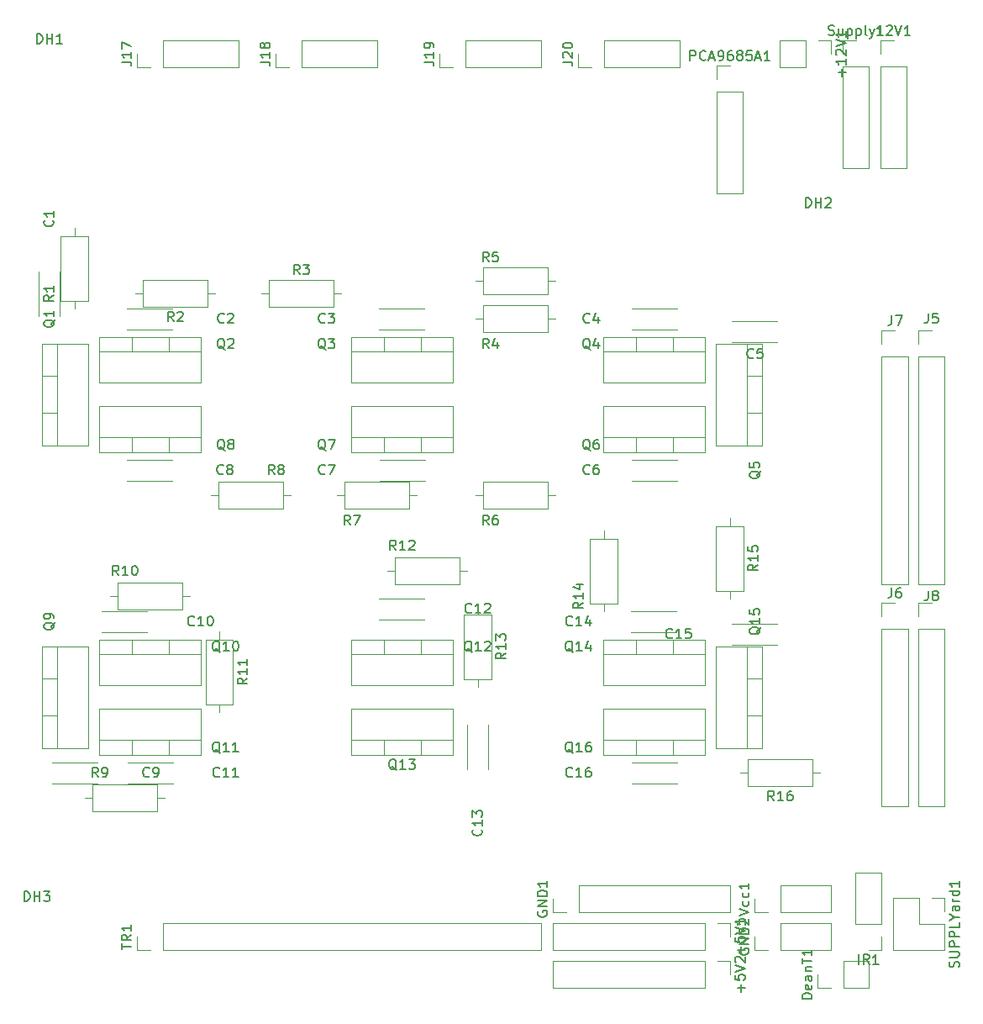
<source format=gbr>
%TF.GenerationSoftware,KiCad,Pcbnew,(5.1.6)-1*%
%TF.CreationDate,2020-09-23T18:14:03+02:00*%
%TF.ProjectId,ExtendedBoardCopy,45787465-6e64-4656-9442-6f617264436f,rev?*%
%TF.SameCoordinates,Original*%
%TF.FileFunction,Legend,Top*%
%TF.FilePolarity,Positive*%
%FSLAX46Y46*%
G04 Gerber Fmt 4.6, Leading zero omitted, Abs format (unit mm)*
G04 Created by KiCad (PCBNEW (5.1.6)-1) date 2020-09-23 18:14:03*
%MOMM*%
%LPD*%
G01*
G04 APERTURE LIST*
%ADD10C,0.120000*%
%ADD11C,0.150000*%
G04 APERTURE END LIST*
D10*
%TO.C,Q14*%
X161871000Y-123730000D02*
X161871000Y-125240000D01*
X158170000Y-123730000D02*
X158170000Y-125240000D01*
X154900000Y-125240000D02*
X165140000Y-125240000D01*
X165140000Y-123730000D02*
X165140000Y-128371000D01*
X154900000Y-123730000D02*
X154900000Y-128371000D01*
X154900000Y-128371000D02*
X165140000Y-128371000D01*
X154900000Y-123730000D02*
X165140000Y-123730000D01*
%TO.C,R13*%
X142240000Y-128500000D02*
X142240000Y-127730000D01*
X142240000Y-120420000D02*
X142240000Y-121190000D01*
X143610000Y-127730000D02*
X143610000Y-121190000D01*
X140870000Y-127730000D02*
X143610000Y-127730000D01*
X140870000Y-121190000D02*
X140870000Y-127730000D01*
X143610000Y-121190000D02*
X140870000Y-121190000D01*
%TO.C,J19*%
X148650000Y-66100000D02*
X148650000Y-63440000D01*
X140970000Y-66100000D02*
X148650000Y-66100000D01*
X140970000Y-63440000D02*
X148650000Y-63440000D01*
X140970000Y-66100000D02*
X140970000Y-63440000D01*
X139700000Y-66100000D02*
X138370000Y-66100000D01*
X138370000Y-66100000D02*
X138370000Y-64770000D01*
%TO.C,Q5*%
X170910000Y-93940000D02*
X170910000Y-104180000D01*
X166269000Y-93940000D02*
X166269000Y-104180000D01*
X170910000Y-93940000D02*
X166269000Y-93940000D01*
X170910000Y-104180000D02*
X166269000Y-104180000D01*
X169400000Y-93940000D02*
X169400000Y-104180000D01*
X170910000Y-97210000D02*
X169400000Y-97210000D01*
X170910000Y-100911000D02*
X169400000Y-100911000D01*
%TO.C,R4*%
X142780000Y-90070000D02*
X142780000Y-92810000D01*
X142780000Y-92810000D02*
X149320000Y-92810000D01*
X149320000Y-92810000D02*
X149320000Y-90070000D01*
X149320000Y-90070000D02*
X142780000Y-90070000D01*
X142010000Y-91440000D02*
X142780000Y-91440000D01*
X150090000Y-91440000D02*
X149320000Y-91440000D01*
%TO.C,R6*%
X142780000Y-107850000D02*
X142780000Y-110590000D01*
X142780000Y-110590000D02*
X149320000Y-110590000D01*
X149320000Y-110590000D02*
X149320000Y-107850000D01*
X149320000Y-107850000D02*
X142780000Y-107850000D01*
X142010000Y-109220000D02*
X142780000Y-109220000D01*
X150090000Y-109220000D02*
X149320000Y-109220000D01*
%TO.C,C1*%
X100115000Y-86670000D02*
X100130000Y-86670000D01*
X97990000Y-86670000D02*
X98005000Y-86670000D01*
X100115000Y-91210000D02*
X100130000Y-91210000D01*
X97990000Y-91210000D02*
X98005000Y-91210000D01*
X100130000Y-91210000D02*
X100130000Y-86670000D01*
X97990000Y-91210000D02*
X97990000Y-86670000D01*
%TO.C,C2*%
X106910000Y-90370000D02*
X111450000Y-90370000D01*
X106910000Y-92510000D02*
X111450000Y-92510000D01*
X106910000Y-90370000D02*
X106910000Y-90385000D01*
X106910000Y-92495000D02*
X106910000Y-92510000D01*
X111450000Y-90370000D02*
X111450000Y-90385000D01*
X111450000Y-92495000D02*
X111450000Y-92510000D01*
%TO.C,C3*%
X132310000Y-90370000D02*
X136850000Y-90370000D01*
X132310000Y-92510000D02*
X136850000Y-92510000D01*
X132310000Y-90370000D02*
X132310000Y-90385000D01*
X132310000Y-92495000D02*
X132310000Y-92510000D01*
X136850000Y-90370000D02*
X136850000Y-90385000D01*
X136850000Y-92495000D02*
X136850000Y-92510000D01*
%TO.C,C4*%
X162330000Y-92495000D02*
X162330000Y-92510000D01*
X162330000Y-90370000D02*
X162330000Y-90385000D01*
X157790000Y-92495000D02*
X157790000Y-92510000D01*
X157790000Y-90370000D02*
X157790000Y-90385000D01*
X157790000Y-92510000D02*
X162330000Y-92510000D01*
X157790000Y-90370000D02*
X162330000Y-90370000D01*
%TO.C,C5*%
X172410000Y-93765000D02*
X172410000Y-93780000D01*
X172410000Y-91640000D02*
X172410000Y-91655000D01*
X167870000Y-93765000D02*
X167870000Y-93780000D01*
X167870000Y-91640000D02*
X167870000Y-91655000D01*
X167870000Y-93780000D02*
X172410000Y-93780000D01*
X167870000Y-91640000D02*
X172410000Y-91640000D01*
%TO.C,C6*%
X157790000Y-105625000D02*
X157790000Y-105610000D01*
X157790000Y-107750000D02*
X157790000Y-107735000D01*
X162330000Y-105625000D02*
X162330000Y-105610000D01*
X162330000Y-107750000D02*
X162330000Y-107735000D01*
X162330000Y-105610000D02*
X157790000Y-105610000D01*
X162330000Y-107750000D02*
X157790000Y-107750000D01*
%TO.C,C7*%
X136930000Y-107750000D02*
X132390000Y-107750000D01*
X136930000Y-105610000D02*
X132390000Y-105610000D01*
X136930000Y-107750000D02*
X136930000Y-107735000D01*
X136930000Y-105625000D02*
X136930000Y-105610000D01*
X132390000Y-107750000D02*
X132390000Y-107735000D01*
X132390000Y-105625000D02*
X132390000Y-105610000D01*
%TO.C,C8*%
X111450000Y-107750000D02*
X106910000Y-107750000D01*
X111450000Y-105610000D02*
X106910000Y-105610000D01*
X111450000Y-107750000D02*
X111450000Y-107735000D01*
X111450000Y-105625000D02*
X111450000Y-105610000D01*
X106910000Y-107750000D02*
X106910000Y-107735000D01*
X106910000Y-105625000D02*
X106910000Y-105610000D01*
%TO.C,C9*%
X99370000Y-136090000D02*
X103910000Y-136090000D01*
X99370000Y-138230000D02*
X103910000Y-138230000D01*
X99370000Y-136090000D02*
X99370000Y-136105000D01*
X99370000Y-138215000D02*
X99370000Y-138230000D01*
X103910000Y-136090000D02*
X103910000Y-136105000D01*
X103910000Y-138215000D02*
X103910000Y-138230000D01*
%TO.C,C10*%
X108910000Y-122975000D02*
X108910000Y-122990000D01*
X108910000Y-120850000D02*
X108910000Y-120865000D01*
X104370000Y-122975000D02*
X104370000Y-122990000D01*
X104370000Y-120850000D02*
X104370000Y-120865000D01*
X104370000Y-122990000D02*
X108910000Y-122990000D01*
X104370000Y-120850000D02*
X108910000Y-120850000D01*
%TO.C,C11*%
X106990000Y-136105000D02*
X106990000Y-136090000D01*
X106990000Y-138230000D02*
X106990000Y-138215000D01*
X111530000Y-136105000D02*
X111530000Y-136090000D01*
X111530000Y-138230000D02*
X111530000Y-138215000D01*
X111530000Y-136090000D02*
X106990000Y-136090000D01*
X111530000Y-138230000D02*
X106990000Y-138230000D01*
%TO.C,C12*%
X132310000Y-119580000D02*
X136850000Y-119580000D01*
X132310000Y-121720000D02*
X136850000Y-121720000D01*
X132310000Y-119580000D02*
X132310000Y-119595000D01*
X132310000Y-121705000D02*
X132310000Y-121720000D01*
X136850000Y-119580000D02*
X136850000Y-119595000D01*
X136850000Y-121705000D02*
X136850000Y-121720000D01*
%TO.C,C13*%
X143310000Y-132310000D02*
X143310000Y-136850000D01*
X141170000Y-132310000D02*
X141170000Y-136850000D01*
X143310000Y-132310000D02*
X143295000Y-132310000D01*
X141185000Y-132310000D02*
X141170000Y-132310000D01*
X143310000Y-136850000D02*
X143295000Y-136850000D01*
X141185000Y-136850000D02*
X141170000Y-136850000D01*
%TO.C,C14*%
X157710000Y-120850000D02*
X162250000Y-120850000D01*
X157710000Y-122990000D02*
X162250000Y-122990000D01*
X157710000Y-120850000D02*
X157710000Y-120865000D01*
X157710000Y-122975000D02*
X157710000Y-122990000D01*
X162250000Y-120850000D02*
X162250000Y-120865000D01*
X162250000Y-122975000D02*
X162250000Y-122990000D01*
%TO.C,C15*%
X172410000Y-124245000D02*
X172410000Y-124260000D01*
X172410000Y-122120000D02*
X172410000Y-122135000D01*
X167870000Y-124245000D02*
X167870000Y-124260000D01*
X167870000Y-122120000D02*
X167870000Y-122135000D01*
X167870000Y-124260000D02*
X172410000Y-124260000D01*
X167870000Y-122120000D02*
X172410000Y-122120000D01*
%TO.C,C16*%
X157790000Y-136105000D02*
X157790000Y-136090000D01*
X157790000Y-138230000D02*
X157790000Y-138215000D01*
X162330000Y-136105000D02*
X162330000Y-136090000D01*
X162330000Y-138230000D02*
X162330000Y-138215000D01*
X162330000Y-136090000D02*
X157790000Y-136090000D01*
X162330000Y-138230000D02*
X157790000Y-138230000D01*
%TO.C,J5*%
X186630000Y-118170000D02*
X189290000Y-118170000D01*
X186630000Y-95250000D02*
X186630000Y-118170000D01*
X189290000Y-95250000D02*
X189290000Y-118170000D01*
X186630000Y-95250000D02*
X189290000Y-95250000D01*
X186630000Y-93980000D02*
X186630000Y-92650000D01*
X186630000Y-92650000D02*
X187960000Y-92650000D01*
%TO.C,J8*%
X186630000Y-120082000D02*
X187960000Y-120082000D01*
X186630000Y-121412000D02*
X186630000Y-120082000D01*
X186630000Y-122682000D02*
X189290000Y-122682000D01*
X189290000Y-122682000D02*
X189290000Y-140522000D01*
X186630000Y-122682000D02*
X186630000Y-140522000D01*
X186630000Y-140522000D02*
X189290000Y-140522000D01*
%TO.C,PCA9685A1*%
X166310000Y-65980000D02*
X167640000Y-65980000D01*
X166310000Y-67310000D02*
X166310000Y-65980000D01*
X166310000Y-68580000D02*
X168970000Y-68580000D01*
X168970000Y-68580000D02*
X168970000Y-78800000D01*
X166310000Y-68580000D02*
X166310000Y-78800000D01*
X166310000Y-78800000D02*
X168970000Y-78800000D01*
%TO.C,IR1*%
X182940000Y-155000000D02*
X181610000Y-155000000D01*
X182940000Y-153670000D02*
X182940000Y-155000000D01*
X182940000Y-152400000D02*
X180280000Y-152400000D01*
X180280000Y-152400000D02*
X180280000Y-147260000D01*
X182940000Y-152400000D02*
X182940000Y-147260000D01*
X182940000Y-147260000D02*
X180280000Y-147260000D01*
%TO.C,J17*%
X107890000Y-66100000D02*
X107890000Y-64770000D01*
X109220000Y-66100000D02*
X107890000Y-66100000D01*
X110490000Y-66100000D02*
X110490000Y-63440000D01*
X110490000Y-63440000D02*
X118170000Y-63440000D01*
X110490000Y-66100000D02*
X118170000Y-66100000D01*
X118170000Y-66100000D02*
X118170000Y-63440000D01*
%TO.C,J18*%
X132140000Y-66100000D02*
X132140000Y-63440000D01*
X124460000Y-66100000D02*
X132140000Y-66100000D01*
X124460000Y-63440000D02*
X132140000Y-63440000D01*
X124460000Y-66100000D02*
X124460000Y-63440000D01*
X123190000Y-66100000D02*
X121860000Y-66100000D01*
X121860000Y-66100000D02*
X121860000Y-64770000D01*
%TO.C,J20*%
X152340000Y-66100000D02*
X152340000Y-64770000D01*
X153670000Y-66100000D02*
X152340000Y-66100000D01*
X154940000Y-66100000D02*
X154940000Y-63440000D01*
X154940000Y-63440000D02*
X162620000Y-63440000D01*
X154940000Y-66100000D02*
X162620000Y-66100000D01*
X162620000Y-66100000D02*
X162620000Y-63440000D01*
%TO.C,Q1*%
X98330000Y-97209000D02*
X99840000Y-97209000D01*
X98330000Y-100910000D02*
X99840000Y-100910000D01*
X99840000Y-104180000D02*
X99840000Y-93940000D01*
X98330000Y-93940000D02*
X102971000Y-93940000D01*
X98330000Y-104180000D02*
X102971000Y-104180000D01*
X102971000Y-104180000D02*
X102971000Y-93940000D01*
X98330000Y-104180000D02*
X98330000Y-93940000D01*
%TO.C,Q2*%
X111071000Y-93250000D02*
X111071000Y-94760000D01*
X107370000Y-93250000D02*
X107370000Y-94760000D01*
X104100000Y-94760000D02*
X114340000Y-94760000D01*
X114340000Y-93250000D02*
X114340000Y-97891000D01*
X104100000Y-93250000D02*
X104100000Y-97891000D01*
X104100000Y-97891000D02*
X114340000Y-97891000D01*
X104100000Y-93250000D02*
X114340000Y-93250000D01*
%TO.C,Q3*%
X129500000Y-93250000D02*
X139740000Y-93250000D01*
X129500000Y-97891000D02*
X139740000Y-97891000D01*
X129500000Y-93250000D02*
X129500000Y-97891000D01*
X139740000Y-93250000D02*
X139740000Y-97891000D01*
X129500000Y-94760000D02*
X139740000Y-94760000D01*
X132770000Y-93250000D02*
X132770000Y-94760000D01*
X136471000Y-93250000D02*
X136471000Y-94760000D01*
%TO.C,Q4*%
X154900000Y-93250000D02*
X165140000Y-93250000D01*
X154900000Y-97891000D02*
X165140000Y-97891000D01*
X154900000Y-93250000D02*
X154900000Y-97891000D01*
X165140000Y-93250000D02*
X165140000Y-97891000D01*
X154900000Y-94760000D02*
X165140000Y-94760000D01*
X158170000Y-93250000D02*
X158170000Y-94760000D01*
X161871000Y-93250000D02*
X161871000Y-94760000D01*
%TO.C,Q6*%
X158169000Y-104870000D02*
X158169000Y-103360000D01*
X161870000Y-104870000D02*
X161870000Y-103360000D01*
X165140000Y-103360000D02*
X154900000Y-103360000D01*
X154900000Y-104870000D02*
X154900000Y-100229000D01*
X165140000Y-104870000D02*
X165140000Y-100229000D01*
X165140000Y-100229000D02*
X154900000Y-100229000D01*
X165140000Y-104870000D02*
X154900000Y-104870000D01*
%TO.C,Q7*%
X132769000Y-104870000D02*
X132769000Y-103360000D01*
X136470000Y-104870000D02*
X136470000Y-103360000D01*
X139740000Y-103360000D02*
X129500000Y-103360000D01*
X129500000Y-104870000D02*
X129500000Y-100229000D01*
X139740000Y-104870000D02*
X139740000Y-100229000D01*
X139740000Y-100229000D02*
X129500000Y-100229000D01*
X139740000Y-104870000D02*
X129500000Y-104870000D01*
%TO.C,Q8*%
X114340000Y-104870000D02*
X104100000Y-104870000D01*
X114340000Y-100229000D02*
X104100000Y-100229000D01*
X114340000Y-104870000D02*
X114340000Y-100229000D01*
X104100000Y-104870000D02*
X104100000Y-100229000D01*
X114340000Y-103360000D02*
X104100000Y-103360000D01*
X111070000Y-104870000D02*
X111070000Y-103360000D01*
X107369000Y-104870000D02*
X107369000Y-103360000D01*
%TO.C,Q9*%
X98330000Y-134660000D02*
X98330000Y-124420000D01*
X102971000Y-134660000D02*
X102971000Y-124420000D01*
X98330000Y-134660000D02*
X102971000Y-134660000D01*
X98330000Y-124420000D02*
X102971000Y-124420000D01*
X99840000Y-134660000D02*
X99840000Y-124420000D01*
X98330000Y-131390000D02*
X99840000Y-131390000D01*
X98330000Y-127689000D02*
X99840000Y-127689000D01*
%TO.C,Q10*%
X104100000Y-123730000D02*
X114340000Y-123730000D01*
X104100000Y-128371000D02*
X114340000Y-128371000D01*
X104100000Y-123730000D02*
X104100000Y-128371000D01*
X114340000Y-123730000D02*
X114340000Y-128371000D01*
X104100000Y-125240000D02*
X114340000Y-125240000D01*
X107370000Y-123730000D02*
X107370000Y-125240000D01*
X111071000Y-123730000D02*
X111071000Y-125240000D01*
%TO.C,Q11*%
X107369000Y-135350000D02*
X107369000Y-133840000D01*
X111070000Y-135350000D02*
X111070000Y-133840000D01*
X114340000Y-133840000D02*
X104100000Y-133840000D01*
X104100000Y-135350000D02*
X104100000Y-130709000D01*
X114340000Y-135350000D02*
X114340000Y-130709000D01*
X114340000Y-130709000D02*
X104100000Y-130709000D01*
X114340000Y-135350000D02*
X104100000Y-135350000D01*
%TO.C,Q12*%
X129500000Y-123730000D02*
X139740000Y-123730000D01*
X129500000Y-128371000D02*
X139740000Y-128371000D01*
X129500000Y-123730000D02*
X129500000Y-128371000D01*
X139740000Y-123730000D02*
X139740000Y-128371000D01*
X129500000Y-125240000D02*
X139740000Y-125240000D01*
X132770000Y-123730000D02*
X132770000Y-125240000D01*
X136471000Y-123730000D02*
X136471000Y-125240000D01*
%TO.C,Q15*%
X170910000Y-131391000D02*
X169400000Y-131391000D01*
X170910000Y-127690000D02*
X169400000Y-127690000D01*
X169400000Y-124420000D02*
X169400000Y-134660000D01*
X170910000Y-134660000D02*
X166269000Y-134660000D01*
X170910000Y-124420000D02*
X166269000Y-124420000D01*
X166269000Y-124420000D02*
X166269000Y-134660000D01*
X170910000Y-124420000D02*
X170910000Y-134660000D01*
%TO.C,Q16*%
X165140000Y-135350000D02*
X154900000Y-135350000D01*
X165140000Y-130709000D02*
X154900000Y-130709000D01*
X165140000Y-135350000D02*
X165140000Y-130709000D01*
X154900000Y-135350000D02*
X154900000Y-130709000D01*
X165140000Y-133840000D02*
X154900000Y-133840000D01*
X161870000Y-135350000D02*
X161870000Y-133840000D01*
X158169000Y-135350000D02*
X158169000Y-133840000D01*
%TO.C,R1*%
X101600000Y-90400000D02*
X101600000Y-89630000D01*
X101600000Y-82320000D02*
X101600000Y-83090000D01*
X102970000Y-89630000D02*
X102970000Y-83090000D01*
X100230000Y-89630000D02*
X102970000Y-89630000D01*
X100230000Y-83090000D02*
X100230000Y-89630000D01*
X102970000Y-83090000D02*
X100230000Y-83090000D01*
%TO.C,R2*%
X115030000Y-90270000D02*
X115030000Y-87530000D01*
X115030000Y-87530000D02*
X108490000Y-87530000D01*
X108490000Y-87530000D02*
X108490000Y-90270000D01*
X108490000Y-90270000D02*
X115030000Y-90270000D01*
X115800000Y-88900000D02*
X115030000Y-88900000D01*
X107720000Y-88900000D02*
X108490000Y-88900000D01*
%TO.C,R3*%
X128500000Y-88900000D02*
X127730000Y-88900000D01*
X120420000Y-88900000D02*
X121190000Y-88900000D01*
X127730000Y-87530000D02*
X121190000Y-87530000D01*
X127730000Y-90270000D02*
X127730000Y-87530000D01*
X121190000Y-90270000D02*
X127730000Y-90270000D01*
X121190000Y-87530000D02*
X121190000Y-90270000D01*
%TO.C,R5*%
X150090000Y-87630000D02*
X149320000Y-87630000D01*
X142010000Y-87630000D02*
X142780000Y-87630000D01*
X149320000Y-86260000D02*
X142780000Y-86260000D01*
X149320000Y-89000000D02*
X149320000Y-86260000D01*
X142780000Y-89000000D02*
X149320000Y-89000000D01*
X142780000Y-86260000D02*
X142780000Y-89000000D01*
%TO.C,R7*%
X136120000Y-109220000D02*
X135350000Y-109220000D01*
X128040000Y-109220000D02*
X128810000Y-109220000D01*
X135350000Y-107850000D02*
X128810000Y-107850000D01*
X135350000Y-110590000D02*
X135350000Y-107850000D01*
X128810000Y-110590000D02*
X135350000Y-110590000D01*
X128810000Y-107850000D02*
X128810000Y-110590000D01*
%TO.C,R8*%
X122650000Y-110590000D02*
X122650000Y-107850000D01*
X122650000Y-107850000D02*
X116110000Y-107850000D01*
X116110000Y-107850000D02*
X116110000Y-110590000D01*
X116110000Y-110590000D02*
X122650000Y-110590000D01*
X123420000Y-109220000D02*
X122650000Y-109220000D01*
X115340000Y-109220000D02*
X116110000Y-109220000D01*
%TO.C,R9*%
X109950000Y-141070000D02*
X109950000Y-138330000D01*
X109950000Y-138330000D02*
X103410000Y-138330000D01*
X103410000Y-138330000D02*
X103410000Y-141070000D01*
X103410000Y-141070000D02*
X109950000Y-141070000D01*
X110720000Y-139700000D02*
X109950000Y-139700000D01*
X102640000Y-139700000D02*
X103410000Y-139700000D01*
%TO.C,R10*%
X112490000Y-120750000D02*
X112490000Y-118010000D01*
X112490000Y-118010000D02*
X105950000Y-118010000D01*
X105950000Y-118010000D02*
X105950000Y-120750000D01*
X105950000Y-120750000D02*
X112490000Y-120750000D01*
X113260000Y-119380000D02*
X112490000Y-119380000D01*
X105180000Y-119380000D02*
X105950000Y-119380000D01*
%TO.C,R11*%
X116205000Y-131040000D02*
X116205000Y-130270000D01*
X116205000Y-122960000D02*
X116205000Y-123730000D01*
X117575000Y-130270000D02*
X117575000Y-123730000D01*
X114835000Y-130270000D02*
X117575000Y-130270000D01*
X114835000Y-123730000D02*
X114835000Y-130270000D01*
X117575000Y-123730000D02*
X114835000Y-123730000D01*
%TO.C,R12*%
X140430000Y-118210000D02*
X140430000Y-115470000D01*
X140430000Y-115470000D02*
X133890000Y-115470000D01*
X133890000Y-115470000D02*
X133890000Y-118210000D01*
X133890000Y-118210000D02*
X140430000Y-118210000D01*
X141200000Y-116840000D02*
X140430000Y-116840000D01*
X133120000Y-116840000D02*
X133890000Y-116840000D01*
%TO.C,R14*%
X154940000Y-120880000D02*
X154940000Y-120110000D01*
X154940000Y-112800000D02*
X154940000Y-113570000D01*
X156310000Y-120110000D02*
X156310000Y-113570000D01*
X153570000Y-120110000D02*
X156310000Y-120110000D01*
X153570000Y-113570000D02*
X153570000Y-120110000D01*
X156310000Y-113570000D02*
X153570000Y-113570000D01*
%TO.C,R15*%
X167640000Y-119610000D02*
X167640000Y-118840000D01*
X167640000Y-111530000D02*
X167640000Y-112300000D01*
X169010000Y-118840000D02*
X169010000Y-112300000D01*
X166270000Y-118840000D02*
X169010000Y-118840000D01*
X166270000Y-112300000D02*
X166270000Y-118840000D01*
X169010000Y-112300000D02*
X166270000Y-112300000D01*
%TO.C,R16*%
X175990000Y-138530000D02*
X175990000Y-135790000D01*
X175990000Y-135790000D02*
X169450000Y-135790000D01*
X169450000Y-135790000D02*
X169450000Y-138530000D01*
X169450000Y-138530000D02*
X175990000Y-138530000D01*
X176760000Y-137160000D02*
X175990000Y-137160000D01*
X168680000Y-137160000D02*
X169450000Y-137160000D01*
%TO.C,Supply1*%
X179010000Y-63440000D02*
X180340000Y-63440000D01*
X179010000Y-64770000D02*
X179010000Y-63440000D01*
X179010000Y-66040000D02*
X181670000Y-66040000D01*
X181670000Y-66040000D02*
X181670000Y-76260000D01*
X179010000Y-66040000D02*
X179010000Y-76260000D01*
X179010000Y-76260000D02*
X181670000Y-76260000D01*
%TO.C,+12V1*%
X172660000Y-63440000D02*
X172660000Y-66100000D01*
X175260000Y-63440000D02*
X172660000Y-63440000D01*
X175260000Y-66100000D02*
X172660000Y-66100000D01*
X175260000Y-63440000D02*
X175260000Y-66100000D01*
X176530000Y-63440000D02*
X177860000Y-63440000D01*
X177860000Y-63440000D02*
X177860000Y-64770000D01*
%TO.C,12V1*%
X182820000Y-76260000D02*
X185480000Y-76260000D01*
X182820000Y-66040000D02*
X182820000Y-76260000D01*
X185480000Y-66040000D02*
X185480000Y-76260000D01*
X182820000Y-66040000D02*
X185480000Y-66040000D01*
X182820000Y-64770000D02*
X182820000Y-63440000D01*
X182820000Y-63440000D02*
X184150000Y-63440000D01*
%TO.C,DeanT1*%
X176470000Y-158810000D02*
X176470000Y-157480000D01*
X177800000Y-158810000D02*
X176470000Y-158810000D01*
X179070000Y-158810000D02*
X179070000Y-156150000D01*
X179070000Y-156150000D02*
X181670000Y-156150000D01*
X179070000Y-158810000D02*
X181670000Y-158810000D01*
X181670000Y-158810000D02*
X181670000Y-156150000D01*
%TO.C,J6*%
X182947000Y-120082000D02*
X184277000Y-120082000D01*
X182947000Y-121412000D02*
X182947000Y-120082000D01*
X182947000Y-122682000D02*
X185607000Y-122682000D01*
X185607000Y-122682000D02*
X185607000Y-140522000D01*
X182947000Y-122682000D02*
X182947000Y-140522000D01*
X182947000Y-140522000D02*
X185607000Y-140522000D01*
%TO.C,J7*%
X182947000Y-92650000D02*
X184277000Y-92650000D01*
X182947000Y-93980000D02*
X182947000Y-92650000D01*
X182947000Y-95250000D02*
X185607000Y-95250000D01*
X185607000Y-95250000D02*
X185607000Y-118170000D01*
X182947000Y-95250000D02*
X182947000Y-118170000D01*
X182947000Y-118170000D02*
X185607000Y-118170000D01*
%TO.C,GND1*%
X167700000Y-151190000D02*
X167700000Y-148530000D01*
X152400000Y-151190000D02*
X167700000Y-151190000D01*
X152400000Y-148530000D02*
X167700000Y-148530000D01*
X152400000Y-151190000D02*
X152400000Y-148530000D01*
X151130000Y-151190000D02*
X149800000Y-151190000D01*
X149800000Y-151190000D02*
X149800000Y-149860000D01*
%TO.C,+5V1*%
X167700000Y-152340000D02*
X167700000Y-153670000D01*
X166370000Y-152340000D02*
X167700000Y-152340000D01*
X165100000Y-152340000D02*
X165100000Y-155000000D01*
X165100000Y-155000000D02*
X149800000Y-155000000D01*
X165100000Y-152340000D02*
X149800000Y-152340000D01*
X149800000Y-152340000D02*
X149800000Y-155000000D01*
%TO.C,+5V2*%
X149800000Y-156150000D02*
X149800000Y-158810000D01*
X165100000Y-156150000D02*
X149800000Y-156150000D01*
X165100000Y-158810000D02*
X149800000Y-158810000D01*
X165100000Y-156150000D02*
X165100000Y-158810000D01*
X166370000Y-156150000D02*
X167700000Y-156150000D01*
X167700000Y-156150000D02*
X167700000Y-157480000D01*
%TO.C,Vcc1*%
X177860000Y-151190000D02*
X177860000Y-148530000D01*
X172720000Y-151190000D02*
X177860000Y-151190000D01*
X172720000Y-148530000D02*
X177860000Y-148530000D01*
X172720000Y-151190000D02*
X172720000Y-148530000D01*
X171450000Y-151190000D02*
X170120000Y-151190000D01*
X170120000Y-151190000D02*
X170120000Y-149860000D01*
%TO.C,SUPPLYard1*%
X184090000Y-149800000D02*
X184090000Y-155000000D01*
X186690000Y-149800000D02*
X184090000Y-149800000D01*
X189290000Y-155000000D02*
X184090000Y-155000000D01*
X186690000Y-149800000D02*
X186690000Y-152400000D01*
X186690000Y-152400000D02*
X189290000Y-152400000D01*
X189290000Y-152400000D02*
X189290000Y-155000000D01*
X187960000Y-149800000D02*
X189290000Y-149800000D01*
X189290000Y-149800000D02*
X189290000Y-151130000D01*
%TO.C,GND2*%
X177860000Y-155000000D02*
X177860000Y-152340000D01*
X172720000Y-155000000D02*
X177860000Y-155000000D01*
X172720000Y-152340000D02*
X177860000Y-152340000D01*
X172720000Y-155000000D02*
X172720000Y-152340000D01*
X171450000Y-155000000D02*
X170120000Y-155000000D01*
X170120000Y-155000000D02*
X170120000Y-153670000D01*
%TO.C,TR1*%
X148650000Y-155000000D02*
X148650000Y-152340000D01*
X110490000Y-155000000D02*
X148650000Y-155000000D01*
X110490000Y-152340000D02*
X148650000Y-152340000D01*
X110490000Y-155000000D02*
X110490000Y-152340000D01*
X109220000Y-155000000D02*
X107890000Y-155000000D01*
X107890000Y-155000000D02*
X107890000Y-153670000D01*
%TO.C,Q13*%
X139740000Y-135350000D02*
X129500000Y-135350000D01*
X139740000Y-130709000D02*
X129500000Y-130709000D01*
X139740000Y-135350000D02*
X139740000Y-130709000D01*
X129500000Y-135350000D02*
X129500000Y-130709000D01*
X139740000Y-133840000D02*
X129500000Y-133840000D01*
X136470000Y-135350000D02*
X136470000Y-133840000D01*
X132769000Y-135350000D02*
X132769000Y-133840000D01*
%TO.C,Q14*%
D11*
X151828571Y-125007619D02*
X151733333Y-124960000D01*
X151638095Y-124864761D01*
X151495238Y-124721904D01*
X151400000Y-124674285D01*
X151304761Y-124674285D01*
X151352380Y-124912380D02*
X151257142Y-124864761D01*
X151161904Y-124769523D01*
X151114285Y-124579047D01*
X151114285Y-124245714D01*
X151161904Y-124055238D01*
X151257142Y-123960000D01*
X151352380Y-123912380D01*
X151542857Y-123912380D01*
X151638095Y-123960000D01*
X151733333Y-124055238D01*
X151780952Y-124245714D01*
X151780952Y-124579047D01*
X151733333Y-124769523D01*
X151638095Y-124864761D01*
X151542857Y-124912380D01*
X151352380Y-124912380D01*
X152733333Y-124912380D02*
X152161904Y-124912380D01*
X152447619Y-124912380D02*
X152447619Y-123912380D01*
X152352380Y-124055238D01*
X152257142Y-124150476D01*
X152161904Y-124198095D01*
X153590476Y-124245714D02*
X153590476Y-124912380D01*
X153352380Y-123864761D02*
X153114285Y-124579047D01*
X153733333Y-124579047D01*
%TO.C,DH2*%
X175268095Y-80242380D02*
X175268095Y-79242380D01*
X175506190Y-79242380D01*
X175649047Y-79290000D01*
X175744285Y-79385238D01*
X175791904Y-79480476D01*
X175839523Y-79670952D01*
X175839523Y-79813809D01*
X175791904Y-80004285D01*
X175744285Y-80099523D01*
X175649047Y-80194761D01*
X175506190Y-80242380D01*
X175268095Y-80242380D01*
X176268095Y-80242380D02*
X176268095Y-79242380D01*
X176268095Y-79718571D02*
X176839523Y-79718571D01*
X176839523Y-80242380D02*
X176839523Y-79242380D01*
X177268095Y-79337619D02*
X177315714Y-79290000D01*
X177410952Y-79242380D01*
X177649047Y-79242380D01*
X177744285Y-79290000D01*
X177791904Y-79337619D01*
X177839523Y-79432857D01*
X177839523Y-79528095D01*
X177791904Y-79670952D01*
X177220476Y-80242380D01*
X177839523Y-80242380D01*
%TO.C,R13*%
X145062380Y-125102857D02*
X144586190Y-125436190D01*
X145062380Y-125674285D02*
X144062380Y-125674285D01*
X144062380Y-125293333D01*
X144110000Y-125198095D01*
X144157619Y-125150476D01*
X144252857Y-125102857D01*
X144395714Y-125102857D01*
X144490952Y-125150476D01*
X144538571Y-125198095D01*
X144586190Y-125293333D01*
X144586190Y-125674285D01*
X145062380Y-124150476D02*
X145062380Y-124721904D01*
X145062380Y-124436190D02*
X144062380Y-124436190D01*
X144205238Y-124531428D01*
X144300476Y-124626666D01*
X144348095Y-124721904D01*
X144062380Y-123817142D02*
X144062380Y-123198095D01*
X144443333Y-123531428D01*
X144443333Y-123388571D01*
X144490952Y-123293333D01*
X144538571Y-123245714D01*
X144633809Y-123198095D01*
X144871904Y-123198095D01*
X144967142Y-123245714D01*
X145014761Y-123293333D01*
X145062380Y-123388571D01*
X145062380Y-123674285D01*
X145014761Y-123769523D01*
X144967142Y-123817142D01*
%TO.C,J19*%
X136822380Y-65579523D02*
X137536666Y-65579523D01*
X137679523Y-65627142D01*
X137774761Y-65722380D01*
X137822380Y-65865238D01*
X137822380Y-65960476D01*
X137822380Y-64579523D02*
X137822380Y-65150952D01*
X137822380Y-64865238D02*
X136822380Y-64865238D01*
X136965238Y-64960476D01*
X137060476Y-65055714D01*
X137108095Y-65150952D01*
X137822380Y-64103333D02*
X137822380Y-63912857D01*
X137774761Y-63817619D01*
X137727142Y-63770000D01*
X137584285Y-63674761D01*
X137393809Y-63627142D01*
X137012857Y-63627142D01*
X136917619Y-63674761D01*
X136870000Y-63722380D01*
X136822380Y-63817619D01*
X136822380Y-64008095D01*
X136870000Y-64103333D01*
X136917619Y-64150952D01*
X137012857Y-64198571D01*
X137250952Y-64198571D01*
X137346190Y-64150952D01*
X137393809Y-64103333D01*
X137441428Y-64008095D01*
X137441428Y-63817619D01*
X137393809Y-63722380D01*
X137346190Y-63674761D01*
X137250952Y-63627142D01*
%TO.C,DH3*%
X96528095Y-150092380D02*
X96528095Y-149092380D01*
X96766190Y-149092380D01*
X96909047Y-149140000D01*
X97004285Y-149235238D01*
X97051904Y-149330476D01*
X97099523Y-149520952D01*
X97099523Y-149663809D01*
X97051904Y-149854285D01*
X97004285Y-149949523D01*
X96909047Y-150044761D01*
X96766190Y-150092380D01*
X96528095Y-150092380D01*
X97528095Y-150092380D02*
X97528095Y-149092380D01*
X97528095Y-149568571D02*
X98099523Y-149568571D01*
X98099523Y-150092380D02*
X98099523Y-149092380D01*
X98480476Y-149092380D02*
X99099523Y-149092380D01*
X98766190Y-149473333D01*
X98909047Y-149473333D01*
X99004285Y-149520952D01*
X99051904Y-149568571D01*
X99099523Y-149663809D01*
X99099523Y-149901904D01*
X99051904Y-149997142D01*
X99004285Y-150044761D01*
X98909047Y-150092380D01*
X98623333Y-150092380D01*
X98528095Y-150044761D01*
X98480476Y-149997142D01*
%TO.C,DH1*%
X97798095Y-63732380D02*
X97798095Y-62732380D01*
X98036190Y-62732380D01*
X98179047Y-62780000D01*
X98274285Y-62875238D01*
X98321904Y-62970476D01*
X98369523Y-63160952D01*
X98369523Y-63303809D01*
X98321904Y-63494285D01*
X98274285Y-63589523D01*
X98179047Y-63684761D01*
X98036190Y-63732380D01*
X97798095Y-63732380D01*
X98798095Y-63732380D02*
X98798095Y-62732380D01*
X98798095Y-63208571D02*
X99369523Y-63208571D01*
X99369523Y-63732380D02*
X99369523Y-62732380D01*
X100369523Y-63732380D02*
X99798095Y-63732380D01*
X100083809Y-63732380D02*
X100083809Y-62732380D01*
X99988571Y-62875238D01*
X99893333Y-62970476D01*
X99798095Y-63018095D01*
%TO.C,Q5*%
X170727619Y-106775238D02*
X170680000Y-106870476D01*
X170584761Y-106965714D01*
X170441904Y-107108571D01*
X170394285Y-107203809D01*
X170394285Y-107299047D01*
X170632380Y-107251428D02*
X170584761Y-107346666D01*
X170489523Y-107441904D01*
X170299047Y-107489523D01*
X169965714Y-107489523D01*
X169775238Y-107441904D01*
X169680000Y-107346666D01*
X169632380Y-107251428D01*
X169632380Y-107060952D01*
X169680000Y-106965714D01*
X169775238Y-106870476D01*
X169965714Y-106822857D01*
X170299047Y-106822857D01*
X170489523Y-106870476D01*
X170584761Y-106965714D01*
X170632380Y-107060952D01*
X170632380Y-107251428D01*
X169632380Y-105918095D02*
X169632380Y-106394285D01*
X170108571Y-106441904D01*
X170060952Y-106394285D01*
X170013333Y-106299047D01*
X170013333Y-106060952D01*
X170060952Y-105965714D01*
X170108571Y-105918095D01*
X170203809Y-105870476D01*
X170441904Y-105870476D01*
X170537142Y-105918095D01*
X170584761Y-105965714D01*
X170632380Y-106060952D01*
X170632380Y-106299047D01*
X170584761Y-106394285D01*
X170537142Y-106441904D01*
%TO.C,R4*%
X143343333Y-94432380D02*
X143010000Y-93956190D01*
X142771904Y-94432380D02*
X142771904Y-93432380D01*
X143152857Y-93432380D01*
X143248095Y-93480000D01*
X143295714Y-93527619D01*
X143343333Y-93622857D01*
X143343333Y-93765714D01*
X143295714Y-93860952D01*
X143248095Y-93908571D01*
X143152857Y-93956190D01*
X142771904Y-93956190D01*
X144200476Y-93765714D02*
X144200476Y-94432380D01*
X143962380Y-93384761D02*
X143724285Y-94099047D01*
X144343333Y-94099047D01*
%TO.C,R6*%
X143343333Y-112212380D02*
X143010000Y-111736190D01*
X142771904Y-112212380D02*
X142771904Y-111212380D01*
X143152857Y-111212380D01*
X143248095Y-111260000D01*
X143295714Y-111307619D01*
X143343333Y-111402857D01*
X143343333Y-111545714D01*
X143295714Y-111640952D01*
X143248095Y-111688571D01*
X143152857Y-111736190D01*
X142771904Y-111736190D01*
X144200476Y-111212380D02*
X144010000Y-111212380D01*
X143914761Y-111260000D01*
X143867142Y-111307619D01*
X143771904Y-111450476D01*
X143724285Y-111640952D01*
X143724285Y-112021904D01*
X143771904Y-112117142D01*
X143819523Y-112164761D01*
X143914761Y-112212380D01*
X144105238Y-112212380D01*
X144200476Y-112164761D01*
X144248095Y-112117142D01*
X144295714Y-112021904D01*
X144295714Y-111783809D01*
X144248095Y-111688571D01*
X144200476Y-111640952D01*
X144105238Y-111593333D01*
X143914761Y-111593333D01*
X143819523Y-111640952D01*
X143771904Y-111688571D01*
X143724285Y-111783809D01*
%TO.C,C1*%
X99417142Y-81526666D02*
X99464761Y-81574285D01*
X99512380Y-81717142D01*
X99512380Y-81812380D01*
X99464761Y-81955238D01*
X99369523Y-82050476D01*
X99274285Y-82098095D01*
X99083809Y-82145714D01*
X98940952Y-82145714D01*
X98750476Y-82098095D01*
X98655238Y-82050476D01*
X98560000Y-81955238D01*
X98512380Y-81812380D01*
X98512380Y-81717142D01*
X98560000Y-81574285D01*
X98607619Y-81526666D01*
X99512380Y-80574285D02*
X99512380Y-81145714D01*
X99512380Y-80860000D02*
X98512380Y-80860000D01*
X98655238Y-80955238D01*
X98750476Y-81050476D01*
X98798095Y-81145714D01*
%TO.C,C2*%
X116673333Y-91797142D02*
X116625714Y-91844761D01*
X116482857Y-91892380D01*
X116387619Y-91892380D01*
X116244761Y-91844761D01*
X116149523Y-91749523D01*
X116101904Y-91654285D01*
X116054285Y-91463809D01*
X116054285Y-91320952D01*
X116101904Y-91130476D01*
X116149523Y-91035238D01*
X116244761Y-90940000D01*
X116387619Y-90892380D01*
X116482857Y-90892380D01*
X116625714Y-90940000D01*
X116673333Y-90987619D01*
X117054285Y-90987619D02*
X117101904Y-90940000D01*
X117197142Y-90892380D01*
X117435238Y-90892380D01*
X117530476Y-90940000D01*
X117578095Y-90987619D01*
X117625714Y-91082857D01*
X117625714Y-91178095D01*
X117578095Y-91320952D01*
X117006666Y-91892380D01*
X117625714Y-91892380D01*
%TO.C,C3*%
X126833333Y-91797142D02*
X126785714Y-91844761D01*
X126642857Y-91892380D01*
X126547619Y-91892380D01*
X126404761Y-91844761D01*
X126309523Y-91749523D01*
X126261904Y-91654285D01*
X126214285Y-91463809D01*
X126214285Y-91320952D01*
X126261904Y-91130476D01*
X126309523Y-91035238D01*
X126404761Y-90940000D01*
X126547619Y-90892380D01*
X126642857Y-90892380D01*
X126785714Y-90940000D01*
X126833333Y-90987619D01*
X127166666Y-90892380D02*
X127785714Y-90892380D01*
X127452380Y-91273333D01*
X127595238Y-91273333D01*
X127690476Y-91320952D01*
X127738095Y-91368571D01*
X127785714Y-91463809D01*
X127785714Y-91701904D01*
X127738095Y-91797142D01*
X127690476Y-91844761D01*
X127595238Y-91892380D01*
X127309523Y-91892380D01*
X127214285Y-91844761D01*
X127166666Y-91797142D01*
%TO.C,C4*%
X153503333Y-91797142D02*
X153455714Y-91844761D01*
X153312857Y-91892380D01*
X153217619Y-91892380D01*
X153074761Y-91844761D01*
X152979523Y-91749523D01*
X152931904Y-91654285D01*
X152884285Y-91463809D01*
X152884285Y-91320952D01*
X152931904Y-91130476D01*
X152979523Y-91035238D01*
X153074761Y-90940000D01*
X153217619Y-90892380D01*
X153312857Y-90892380D01*
X153455714Y-90940000D01*
X153503333Y-90987619D01*
X154360476Y-91225714D02*
X154360476Y-91892380D01*
X154122380Y-90844761D02*
X153884285Y-91559047D01*
X154503333Y-91559047D01*
%TO.C,C5*%
X170013333Y-95353142D02*
X169965714Y-95400761D01*
X169822857Y-95448380D01*
X169727619Y-95448380D01*
X169584761Y-95400761D01*
X169489523Y-95305523D01*
X169441904Y-95210285D01*
X169394285Y-95019809D01*
X169394285Y-94876952D01*
X169441904Y-94686476D01*
X169489523Y-94591238D01*
X169584761Y-94496000D01*
X169727619Y-94448380D01*
X169822857Y-94448380D01*
X169965714Y-94496000D01*
X170013333Y-94543619D01*
X170918095Y-94448380D02*
X170441904Y-94448380D01*
X170394285Y-94924571D01*
X170441904Y-94876952D01*
X170537142Y-94829333D01*
X170775238Y-94829333D01*
X170870476Y-94876952D01*
X170918095Y-94924571D01*
X170965714Y-95019809D01*
X170965714Y-95257904D01*
X170918095Y-95353142D01*
X170870476Y-95400761D01*
X170775238Y-95448380D01*
X170537142Y-95448380D01*
X170441904Y-95400761D01*
X170394285Y-95353142D01*
%TO.C,C6*%
X153503333Y-107037142D02*
X153455714Y-107084761D01*
X153312857Y-107132380D01*
X153217619Y-107132380D01*
X153074761Y-107084761D01*
X152979523Y-106989523D01*
X152931904Y-106894285D01*
X152884285Y-106703809D01*
X152884285Y-106560952D01*
X152931904Y-106370476D01*
X152979523Y-106275238D01*
X153074761Y-106180000D01*
X153217619Y-106132380D01*
X153312857Y-106132380D01*
X153455714Y-106180000D01*
X153503333Y-106227619D01*
X154360476Y-106132380D02*
X154170000Y-106132380D01*
X154074761Y-106180000D01*
X154027142Y-106227619D01*
X153931904Y-106370476D01*
X153884285Y-106560952D01*
X153884285Y-106941904D01*
X153931904Y-107037142D01*
X153979523Y-107084761D01*
X154074761Y-107132380D01*
X154265238Y-107132380D01*
X154360476Y-107084761D01*
X154408095Y-107037142D01*
X154455714Y-106941904D01*
X154455714Y-106703809D01*
X154408095Y-106608571D01*
X154360476Y-106560952D01*
X154265238Y-106513333D01*
X154074761Y-106513333D01*
X153979523Y-106560952D01*
X153931904Y-106608571D01*
X153884285Y-106703809D01*
%TO.C,C7*%
X126833333Y-107037142D02*
X126785714Y-107084761D01*
X126642857Y-107132380D01*
X126547619Y-107132380D01*
X126404761Y-107084761D01*
X126309523Y-106989523D01*
X126261904Y-106894285D01*
X126214285Y-106703809D01*
X126214285Y-106560952D01*
X126261904Y-106370476D01*
X126309523Y-106275238D01*
X126404761Y-106180000D01*
X126547619Y-106132380D01*
X126642857Y-106132380D01*
X126785714Y-106180000D01*
X126833333Y-106227619D01*
X127166666Y-106132380D02*
X127833333Y-106132380D01*
X127404761Y-107132380D01*
%TO.C,C8*%
X116593333Y-107037142D02*
X116545714Y-107084761D01*
X116402857Y-107132380D01*
X116307619Y-107132380D01*
X116164761Y-107084761D01*
X116069523Y-106989523D01*
X116021904Y-106894285D01*
X115974285Y-106703809D01*
X115974285Y-106560952D01*
X116021904Y-106370476D01*
X116069523Y-106275238D01*
X116164761Y-106180000D01*
X116307619Y-106132380D01*
X116402857Y-106132380D01*
X116545714Y-106180000D01*
X116593333Y-106227619D01*
X117164761Y-106560952D02*
X117069523Y-106513333D01*
X117021904Y-106465714D01*
X116974285Y-106370476D01*
X116974285Y-106322857D01*
X117021904Y-106227619D01*
X117069523Y-106180000D01*
X117164761Y-106132380D01*
X117355238Y-106132380D01*
X117450476Y-106180000D01*
X117498095Y-106227619D01*
X117545714Y-106322857D01*
X117545714Y-106370476D01*
X117498095Y-106465714D01*
X117450476Y-106513333D01*
X117355238Y-106560952D01*
X117164761Y-106560952D01*
X117069523Y-106608571D01*
X117021904Y-106656190D01*
X116974285Y-106751428D01*
X116974285Y-106941904D01*
X117021904Y-107037142D01*
X117069523Y-107084761D01*
X117164761Y-107132380D01*
X117355238Y-107132380D01*
X117450476Y-107084761D01*
X117498095Y-107037142D01*
X117545714Y-106941904D01*
X117545714Y-106751428D01*
X117498095Y-106656190D01*
X117450476Y-106608571D01*
X117355238Y-106560952D01*
%TO.C,C9*%
X109133333Y-137517142D02*
X109085714Y-137564761D01*
X108942857Y-137612380D01*
X108847619Y-137612380D01*
X108704761Y-137564761D01*
X108609523Y-137469523D01*
X108561904Y-137374285D01*
X108514285Y-137183809D01*
X108514285Y-137040952D01*
X108561904Y-136850476D01*
X108609523Y-136755238D01*
X108704761Y-136660000D01*
X108847619Y-136612380D01*
X108942857Y-136612380D01*
X109085714Y-136660000D01*
X109133333Y-136707619D01*
X109609523Y-137612380D02*
X109800000Y-137612380D01*
X109895238Y-137564761D01*
X109942857Y-137517142D01*
X110038095Y-137374285D01*
X110085714Y-137183809D01*
X110085714Y-136802857D01*
X110038095Y-136707619D01*
X109990476Y-136660000D01*
X109895238Y-136612380D01*
X109704761Y-136612380D01*
X109609523Y-136660000D01*
X109561904Y-136707619D01*
X109514285Y-136802857D01*
X109514285Y-137040952D01*
X109561904Y-137136190D01*
X109609523Y-137183809D01*
X109704761Y-137231428D01*
X109895238Y-137231428D01*
X109990476Y-137183809D01*
X110038095Y-137136190D01*
X110085714Y-137040952D01*
%TO.C,C10*%
X113657142Y-122277142D02*
X113609523Y-122324761D01*
X113466666Y-122372380D01*
X113371428Y-122372380D01*
X113228571Y-122324761D01*
X113133333Y-122229523D01*
X113085714Y-122134285D01*
X113038095Y-121943809D01*
X113038095Y-121800952D01*
X113085714Y-121610476D01*
X113133333Y-121515238D01*
X113228571Y-121420000D01*
X113371428Y-121372380D01*
X113466666Y-121372380D01*
X113609523Y-121420000D01*
X113657142Y-121467619D01*
X114609523Y-122372380D02*
X114038095Y-122372380D01*
X114323809Y-122372380D02*
X114323809Y-121372380D01*
X114228571Y-121515238D01*
X114133333Y-121610476D01*
X114038095Y-121658095D01*
X115228571Y-121372380D02*
X115323809Y-121372380D01*
X115419047Y-121420000D01*
X115466666Y-121467619D01*
X115514285Y-121562857D01*
X115561904Y-121753333D01*
X115561904Y-121991428D01*
X115514285Y-122181904D01*
X115466666Y-122277142D01*
X115419047Y-122324761D01*
X115323809Y-122372380D01*
X115228571Y-122372380D01*
X115133333Y-122324761D01*
X115085714Y-122277142D01*
X115038095Y-122181904D01*
X114990476Y-121991428D01*
X114990476Y-121753333D01*
X115038095Y-121562857D01*
X115085714Y-121467619D01*
X115133333Y-121420000D01*
X115228571Y-121372380D01*
%TO.C,C11*%
X116197142Y-137517142D02*
X116149523Y-137564761D01*
X116006666Y-137612380D01*
X115911428Y-137612380D01*
X115768571Y-137564761D01*
X115673333Y-137469523D01*
X115625714Y-137374285D01*
X115578095Y-137183809D01*
X115578095Y-137040952D01*
X115625714Y-136850476D01*
X115673333Y-136755238D01*
X115768571Y-136660000D01*
X115911428Y-136612380D01*
X116006666Y-136612380D01*
X116149523Y-136660000D01*
X116197142Y-136707619D01*
X117149523Y-137612380D02*
X116578095Y-137612380D01*
X116863809Y-137612380D02*
X116863809Y-136612380D01*
X116768571Y-136755238D01*
X116673333Y-136850476D01*
X116578095Y-136898095D01*
X118101904Y-137612380D02*
X117530476Y-137612380D01*
X117816190Y-137612380D02*
X117816190Y-136612380D01*
X117720952Y-136755238D01*
X117625714Y-136850476D01*
X117530476Y-136898095D01*
%TO.C,C12*%
X141597142Y-121007142D02*
X141549523Y-121054761D01*
X141406666Y-121102380D01*
X141311428Y-121102380D01*
X141168571Y-121054761D01*
X141073333Y-120959523D01*
X141025714Y-120864285D01*
X140978095Y-120673809D01*
X140978095Y-120530952D01*
X141025714Y-120340476D01*
X141073333Y-120245238D01*
X141168571Y-120150000D01*
X141311428Y-120102380D01*
X141406666Y-120102380D01*
X141549523Y-120150000D01*
X141597142Y-120197619D01*
X142549523Y-121102380D02*
X141978095Y-121102380D01*
X142263809Y-121102380D02*
X142263809Y-120102380D01*
X142168571Y-120245238D01*
X142073333Y-120340476D01*
X141978095Y-120388095D01*
X142930476Y-120197619D02*
X142978095Y-120150000D01*
X143073333Y-120102380D01*
X143311428Y-120102380D01*
X143406666Y-120150000D01*
X143454285Y-120197619D01*
X143501904Y-120292857D01*
X143501904Y-120388095D01*
X143454285Y-120530952D01*
X142882857Y-121102380D01*
X143501904Y-121102380D01*
%TO.C,C13*%
X142597142Y-142882857D02*
X142644761Y-142930476D01*
X142692380Y-143073333D01*
X142692380Y-143168571D01*
X142644761Y-143311428D01*
X142549523Y-143406666D01*
X142454285Y-143454285D01*
X142263809Y-143501904D01*
X142120952Y-143501904D01*
X141930476Y-143454285D01*
X141835238Y-143406666D01*
X141740000Y-143311428D01*
X141692380Y-143168571D01*
X141692380Y-143073333D01*
X141740000Y-142930476D01*
X141787619Y-142882857D01*
X142692380Y-141930476D02*
X142692380Y-142501904D01*
X142692380Y-142216190D02*
X141692380Y-142216190D01*
X141835238Y-142311428D01*
X141930476Y-142406666D01*
X141978095Y-142501904D01*
X141692380Y-141597142D02*
X141692380Y-140978095D01*
X142073333Y-141311428D01*
X142073333Y-141168571D01*
X142120952Y-141073333D01*
X142168571Y-141025714D01*
X142263809Y-140978095D01*
X142501904Y-140978095D01*
X142597142Y-141025714D01*
X142644761Y-141073333D01*
X142692380Y-141168571D01*
X142692380Y-141454285D01*
X142644761Y-141549523D01*
X142597142Y-141597142D01*
%TO.C,C14*%
X151757142Y-122277142D02*
X151709523Y-122324761D01*
X151566666Y-122372380D01*
X151471428Y-122372380D01*
X151328571Y-122324761D01*
X151233333Y-122229523D01*
X151185714Y-122134285D01*
X151138095Y-121943809D01*
X151138095Y-121800952D01*
X151185714Y-121610476D01*
X151233333Y-121515238D01*
X151328571Y-121420000D01*
X151471428Y-121372380D01*
X151566666Y-121372380D01*
X151709523Y-121420000D01*
X151757142Y-121467619D01*
X152709523Y-122372380D02*
X152138095Y-122372380D01*
X152423809Y-122372380D02*
X152423809Y-121372380D01*
X152328571Y-121515238D01*
X152233333Y-121610476D01*
X152138095Y-121658095D01*
X153566666Y-121705714D02*
X153566666Y-122372380D01*
X153328571Y-121324761D02*
X153090476Y-122039047D01*
X153709523Y-122039047D01*
%TO.C,C15*%
X161837142Y-123547142D02*
X161789523Y-123594761D01*
X161646666Y-123642380D01*
X161551428Y-123642380D01*
X161408571Y-123594761D01*
X161313333Y-123499523D01*
X161265714Y-123404285D01*
X161218095Y-123213809D01*
X161218095Y-123070952D01*
X161265714Y-122880476D01*
X161313333Y-122785238D01*
X161408571Y-122690000D01*
X161551428Y-122642380D01*
X161646666Y-122642380D01*
X161789523Y-122690000D01*
X161837142Y-122737619D01*
X162789523Y-123642380D02*
X162218095Y-123642380D01*
X162503809Y-123642380D02*
X162503809Y-122642380D01*
X162408571Y-122785238D01*
X162313333Y-122880476D01*
X162218095Y-122928095D01*
X163694285Y-122642380D02*
X163218095Y-122642380D01*
X163170476Y-123118571D01*
X163218095Y-123070952D01*
X163313333Y-123023333D01*
X163551428Y-123023333D01*
X163646666Y-123070952D01*
X163694285Y-123118571D01*
X163741904Y-123213809D01*
X163741904Y-123451904D01*
X163694285Y-123547142D01*
X163646666Y-123594761D01*
X163551428Y-123642380D01*
X163313333Y-123642380D01*
X163218095Y-123594761D01*
X163170476Y-123547142D01*
%TO.C,C16*%
X151757142Y-137517142D02*
X151709523Y-137564761D01*
X151566666Y-137612380D01*
X151471428Y-137612380D01*
X151328571Y-137564761D01*
X151233333Y-137469523D01*
X151185714Y-137374285D01*
X151138095Y-137183809D01*
X151138095Y-137040952D01*
X151185714Y-136850476D01*
X151233333Y-136755238D01*
X151328571Y-136660000D01*
X151471428Y-136612380D01*
X151566666Y-136612380D01*
X151709523Y-136660000D01*
X151757142Y-136707619D01*
X152709523Y-137612380D02*
X152138095Y-137612380D01*
X152423809Y-137612380D02*
X152423809Y-136612380D01*
X152328571Y-136755238D01*
X152233333Y-136850476D01*
X152138095Y-136898095D01*
X153566666Y-136612380D02*
X153376190Y-136612380D01*
X153280952Y-136660000D01*
X153233333Y-136707619D01*
X153138095Y-136850476D01*
X153090476Y-137040952D01*
X153090476Y-137421904D01*
X153138095Y-137517142D01*
X153185714Y-137564761D01*
X153280952Y-137612380D01*
X153471428Y-137612380D01*
X153566666Y-137564761D01*
X153614285Y-137517142D01*
X153661904Y-137421904D01*
X153661904Y-137183809D01*
X153614285Y-137088571D01*
X153566666Y-137040952D01*
X153471428Y-136993333D01*
X153280952Y-136993333D01*
X153185714Y-137040952D01*
X153138095Y-137088571D01*
X153090476Y-137183809D01*
%TO.C,J5*%
X187626666Y-90892380D02*
X187626666Y-91606666D01*
X187579047Y-91749523D01*
X187483809Y-91844761D01*
X187340952Y-91892380D01*
X187245714Y-91892380D01*
X188579047Y-90892380D02*
X188102857Y-90892380D01*
X188055238Y-91368571D01*
X188102857Y-91320952D01*
X188198095Y-91273333D01*
X188436190Y-91273333D01*
X188531428Y-91320952D01*
X188579047Y-91368571D01*
X188626666Y-91463809D01*
X188626666Y-91701904D01*
X188579047Y-91797142D01*
X188531428Y-91844761D01*
X188436190Y-91892380D01*
X188198095Y-91892380D01*
X188102857Y-91844761D01*
X188055238Y-91797142D01*
%TO.C,J8*%
X187626666Y-118832380D02*
X187626666Y-119546666D01*
X187579047Y-119689523D01*
X187483809Y-119784761D01*
X187340952Y-119832380D01*
X187245714Y-119832380D01*
X188245714Y-119260952D02*
X188150476Y-119213333D01*
X188102857Y-119165714D01*
X188055238Y-119070476D01*
X188055238Y-119022857D01*
X188102857Y-118927619D01*
X188150476Y-118880000D01*
X188245714Y-118832380D01*
X188436190Y-118832380D01*
X188531428Y-118880000D01*
X188579047Y-118927619D01*
X188626666Y-119022857D01*
X188626666Y-119070476D01*
X188579047Y-119165714D01*
X188531428Y-119213333D01*
X188436190Y-119260952D01*
X188245714Y-119260952D01*
X188150476Y-119308571D01*
X188102857Y-119356190D01*
X188055238Y-119451428D01*
X188055238Y-119641904D01*
X188102857Y-119737142D01*
X188150476Y-119784761D01*
X188245714Y-119832380D01*
X188436190Y-119832380D01*
X188531428Y-119784761D01*
X188579047Y-119737142D01*
X188626666Y-119641904D01*
X188626666Y-119451428D01*
X188579047Y-119356190D01*
X188531428Y-119308571D01*
X188436190Y-119260952D01*
%TO.C,PCA9685A1*%
X163640000Y-65432380D02*
X163640000Y-64432380D01*
X164020952Y-64432380D01*
X164116190Y-64480000D01*
X164163809Y-64527619D01*
X164211428Y-64622857D01*
X164211428Y-64765714D01*
X164163809Y-64860952D01*
X164116190Y-64908571D01*
X164020952Y-64956190D01*
X163640000Y-64956190D01*
X165211428Y-65337142D02*
X165163809Y-65384761D01*
X165020952Y-65432380D01*
X164925714Y-65432380D01*
X164782857Y-65384761D01*
X164687619Y-65289523D01*
X164640000Y-65194285D01*
X164592380Y-65003809D01*
X164592380Y-64860952D01*
X164640000Y-64670476D01*
X164687619Y-64575238D01*
X164782857Y-64480000D01*
X164925714Y-64432380D01*
X165020952Y-64432380D01*
X165163809Y-64480000D01*
X165211428Y-64527619D01*
X165592380Y-65146666D02*
X166068571Y-65146666D01*
X165497142Y-65432380D02*
X165830476Y-64432380D01*
X166163809Y-65432380D01*
X166544761Y-65432380D02*
X166735238Y-65432380D01*
X166830476Y-65384761D01*
X166878095Y-65337142D01*
X166973333Y-65194285D01*
X167020952Y-65003809D01*
X167020952Y-64622857D01*
X166973333Y-64527619D01*
X166925714Y-64480000D01*
X166830476Y-64432380D01*
X166640000Y-64432380D01*
X166544761Y-64480000D01*
X166497142Y-64527619D01*
X166449523Y-64622857D01*
X166449523Y-64860952D01*
X166497142Y-64956190D01*
X166544761Y-65003809D01*
X166640000Y-65051428D01*
X166830476Y-65051428D01*
X166925714Y-65003809D01*
X166973333Y-64956190D01*
X167020952Y-64860952D01*
X167878095Y-64432380D02*
X167687619Y-64432380D01*
X167592380Y-64480000D01*
X167544761Y-64527619D01*
X167449523Y-64670476D01*
X167401904Y-64860952D01*
X167401904Y-65241904D01*
X167449523Y-65337142D01*
X167497142Y-65384761D01*
X167592380Y-65432380D01*
X167782857Y-65432380D01*
X167878095Y-65384761D01*
X167925714Y-65337142D01*
X167973333Y-65241904D01*
X167973333Y-65003809D01*
X167925714Y-64908571D01*
X167878095Y-64860952D01*
X167782857Y-64813333D01*
X167592380Y-64813333D01*
X167497142Y-64860952D01*
X167449523Y-64908571D01*
X167401904Y-65003809D01*
X168544761Y-64860952D02*
X168449523Y-64813333D01*
X168401904Y-64765714D01*
X168354285Y-64670476D01*
X168354285Y-64622857D01*
X168401904Y-64527619D01*
X168449523Y-64480000D01*
X168544761Y-64432380D01*
X168735238Y-64432380D01*
X168830476Y-64480000D01*
X168878095Y-64527619D01*
X168925714Y-64622857D01*
X168925714Y-64670476D01*
X168878095Y-64765714D01*
X168830476Y-64813333D01*
X168735238Y-64860952D01*
X168544761Y-64860952D01*
X168449523Y-64908571D01*
X168401904Y-64956190D01*
X168354285Y-65051428D01*
X168354285Y-65241904D01*
X168401904Y-65337142D01*
X168449523Y-65384761D01*
X168544761Y-65432380D01*
X168735238Y-65432380D01*
X168830476Y-65384761D01*
X168878095Y-65337142D01*
X168925714Y-65241904D01*
X168925714Y-65051428D01*
X168878095Y-64956190D01*
X168830476Y-64908571D01*
X168735238Y-64860952D01*
X169830476Y-64432380D02*
X169354285Y-64432380D01*
X169306666Y-64908571D01*
X169354285Y-64860952D01*
X169449523Y-64813333D01*
X169687619Y-64813333D01*
X169782857Y-64860952D01*
X169830476Y-64908571D01*
X169878095Y-65003809D01*
X169878095Y-65241904D01*
X169830476Y-65337142D01*
X169782857Y-65384761D01*
X169687619Y-65432380D01*
X169449523Y-65432380D01*
X169354285Y-65384761D01*
X169306666Y-65337142D01*
X170259047Y-65146666D02*
X170735238Y-65146666D01*
X170163809Y-65432380D02*
X170497142Y-64432380D01*
X170830476Y-65432380D01*
X171687619Y-65432380D02*
X171116190Y-65432380D01*
X171401904Y-65432380D02*
X171401904Y-64432380D01*
X171306666Y-64575238D01*
X171211428Y-64670476D01*
X171116190Y-64718095D01*
%TO.C,IR1*%
X180633809Y-156452380D02*
X180633809Y-155452380D01*
X181681428Y-156452380D02*
X181348095Y-155976190D01*
X181110000Y-156452380D02*
X181110000Y-155452380D01*
X181490952Y-155452380D01*
X181586190Y-155500000D01*
X181633809Y-155547619D01*
X181681428Y-155642857D01*
X181681428Y-155785714D01*
X181633809Y-155880952D01*
X181586190Y-155928571D01*
X181490952Y-155976190D01*
X181110000Y-155976190D01*
X182633809Y-156452380D02*
X182062380Y-156452380D01*
X182348095Y-156452380D02*
X182348095Y-155452380D01*
X182252857Y-155595238D01*
X182157619Y-155690476D01*
X182062380Y-155738095D01*
%TO.C,J17*%
X106342380Y-65579523D02*
X107056666Y-65579523D01*
X107199523Y-65627142D01*
X107294761Y-65722380D01*
X107342380Y-65865238D01*
X107342380Y-65960476D01*
X107342380Y-64579523D02*
X107342380Y-65150952D01*
X107342380Y-64865238D02*
X106342380Y-64865238D01*
X106485238Y-64960476D01*
X106580476Y-65055714D01*
X106628095Y-65150952D01*
X106342380Y-64246190D02*
X106342380Y-63579523D01*
X107342380Y-64008095D01*
%TO.C,J18*%
X120312380Y-65579523D02*
X121026666Y-65579523D01*
X121169523Y-65627142D01*
X121264761Y-65722380D01*
X121312380Y-65865238D01*
X121312380Y-65960476D01*
X121312380Y-64579523D02*
X121312380Y-65150952D01*
X121312380Y-64865238D02*
X120312380Y-64865238D01*
X120455238Y-64960476D01*
X120550476Y-65055714D01*
X120598095Y-65150952D01*
X120740952Y-64008095D02*
X120693333Y-64103333D01*
X120645714Y-64150952D01*
X120550476Y-64198571D01*
X120502857Y-64198571D01*
X120407619Y-64150952D01*
X120360000Y-64103333D01*
X120312380Y-64008095D01*
X120312380Y-63817619D01*
X120360000Y-63722380D01*
X120407619Y-63674761D01*
X120502857Y-63627142D01*
X120550476Y-63627142D01*
X120645714Y-63674761D01*
X120693333Y-63722380D01*
X120740952Y-63817619D01*
X120740952Y-64008095D01*
X120788571Y-64103333D01*
X120836190Y-64150952D01*
X120931428Y-64198571D01*
X121121904Y-64198571D01*
X121217142Y-64150952D01*
X121264761Y-64103333D01*
X121312380Y-64008095D01*
X121312380Y-63817619D01*
X121264761Y-63722380D01*
X121217142Y-63674761D01*
X121121904Y-63627142D01*
X120931428Y-63627142D01*
X120836190Y-63674761D01*
X120788571Y-63722380D01*
X120740952Y-63817619D01*
%TO.C,J20*%
X150792380Y-65579523D02*
X151506666Y-65579523D01*
X151649523Y-65627142D01*
X151744761Y-65722380D01*
X151792380Y-65865238D01*
X151792380Y-65960476D01*
X150887619Y-65150952D02*
X150840000Y-65103333D01*
X150792380Y-65008095D01*
X150792380Y-64770000D01*
X150840000Y-64674761D01*
X150887619Y-64627142D01*
X150982857Y-64579523D01*
X151078095Y-64579523D01*
X151220952Y-64627142D01*
X151792380Y-65198571D01*
X151792380Y-64579523D01*
X150792380Y-63960476D02*
X150792380Y-63865238D01*
X150840000Y-63770000D01*
X150887619Y-63722380D01*
X150982857Y-63674761D01*
X151173333Y-63627142D01*
X151411428Y-63627142D01*
X151601904Y-63674761D01*
X151697142Y-63722380D01*
X151744761Y-63770000D01*
X151792380Y-63865238D01*
X151792380Y-63960476D01*
X151744761Y-64055714D01*
X151697142Y-64103333D01*
X151601904Y-64150952D01*
X151411428Y-64198571D01*
X151173333Y-64198571D01*
X150982857Y-64150952D01*
X150887619Y-64103333D01*
X150840000Y-64055714D01*
X150792380Y-63960476D01*
%TO.C,Q1*%
X99607619Y-91535238D02*
X99560000Y-91630476D01*
X99464761Y-91725714D01*
X99321904Y-91868571D01*
X99274285Y-91963809D01*
X99274285Y-92059047D01*
X99512380Y-92011428D02*
X99464761Y-92106666D01*
X99369523Y-92201904D01*
X99179047Y-92249523D01*
X98845714Y-92249523D01*
X98655238Y-92201904D01*
X98560000Y-92106666D01*
X98512380Y-92011428D01*
X98512380Y-91820952D01*
X98560000Y-91725714D01*
X98655238Y-91630476D01*
X98845714Y-91582857D01*
X99179047Y-91582857D01*
X99369523Y-91630476D01*
X99464761Y-91725714D01*
X99512380Y-91820952D01*
X99512380Y-92011428D01*
X99512380Y-90630476D02*
X99512380Y-91201904D01*
X99512380Y-90916190D02*
X98512380Y-90916190D01*
X98655238Y-91011428D01*
X98750476Y-91106666D01*
X98798095Y-91201904D01*
%TO.C,Q2*%
X116744761Y-94527619D02*
X116649523Y-94480000D01*
X116554285Y-94384761D01*
X116411428Y-94241904D01*
X116316190Y-94194285D01*
X116220952Y-94194285D01*
X116268571Y-94432380D02*
X116173333Y-94384761D01*
X116078095Y-94289523D01*
X116030476Y-94099047D01*
X116030476Y-93765714D01*
X116078095Y-93575238D01*
X116173333Y-93480000D01*
X116268571Y-93432380D01*
X116459047Y-93432380D01*
X116554285Y-93480000D01*
X116649523Y-93575238D01*
X116697142Y-93765714D01*
X116697142Y-94099047D01*
X116649523Y-94289523D01*
X116554285Y-94384761D01*
X116459047Y-94432380D01*
X116268571Y-94432380D01*
X117078095Y-93527619D02*
X117125714Y-93480000D01*
X117220952Y-93432380D01*
X117459047Y-93432380D01*
X117554285Y-93480000D01*
X117601904Y-93527619D01*
X117649523Y-93622857D01*
X117649523Y-93718095D01*
X117601904Y-93860952D01*
X117030476Y-94432380D01*
X117649523Y-94432380D01*
%TO.C,Q3*%
X126904761Y-94527619D02*
X126809523Y-94480000D01*
X126714285Y-94384761D01*
X126571428Y-94241904D01*
X126476190Y-94194285D01*
X126380952Y-94194285D01*
X126428571Y-94432380D02*
X126333333Y-94384761D01*
X126238095Y-94289523D01*
X126190476Y-94099047D01*
X126190476Y-93765714D01*
X126238095Y-93575238D01*
X126333333Y-93480000D01*
X126428571Y-93432380D01*
X126619047Y-93432380D01*
X126714285Y-93480000D01*
X126809523Y-93575238D01*
X126857142Y-93765714D01*
X126857142Y-94099047D01*
X126809523Y-94289523D01*
X126714285Y-94384761D01*
X126619047Y-94432380D01*
X126428571Y-94432380D01*
X127190476Y-93432380D02*
X127809523Y-93432380D01*
X127476190Y-93813333D01*
X127619047Y-93813333D01*
X127714285Y-93860952D01*
X127761904Y-93908571D01*
X127809523Y-94003809D01*
X127809523Y-94241904D01*
X127761904Y-94337142D01*
X127714285Y-94384761D01*
X127619047Y-94432380D01*
X127333333Y-94432380D01*
X127238095Y-94384761D01*
X127190476Y-94337142D01*
%TO.C,Q4*%
X153574761Y-94527619D02*
X153479523Y-94480000D01*
X153384285Y-94384761D01*
X153241428Y-94241904D01*
X153146190Y-94194285D01*
X153050952Y-94194285D01*
X153098571Y-94432380D02*
X153003333Y-94384761D01*
X152908095Y-94289523D01*
X152860476Y-94099047D01*
X152860476Y-93765714D01*
X152908095Y-93575238D01*
X153003333Y-93480000D01*
X153098571Y-93432380D01*
X153289047Y-93432380D01*
X153384285Y-93480000D01*
X153479523Y-93575238D01*
X153527142Y-93765714D01*
X153527142Y-94099047D01*
X153479523Y-94289523D01*
X153384285Y-94384761D01*
X153289047Y-94432380D01*
X153098571Y-94432380D01*
X154384285Y-93765714D02*
X154384285Y-94432380D01*
X154146190Y-93384761D02*
X153908095Y-94099047D01*
X154527142Y-94099047D01*
%TO.C,Q6*%
X153574761Y-104687619D02*
X153479523Y-104640000D01*
X153384285Y-104544761D01*
X153241428Y-104401904D01*
X153146190Y-104354285D01*
X153050952Y-104354285D01*
X153098571Y-104592380D02*
X153003333Y-104544761D01*
X152908095Y-104449523D01*
X152860476Y-104259047D01*
X152860476Y-103925714D01*
X152908095Y-103735238D01*
X153003333Y-103640000D01*
X153098571Y-103592380D01*
X153289047Y-103592380D01*
X153384285Y-103640000D01*
X153479523Y-103735238D01*
X153527142Y-103925714D01*
X153527142Y-104259047D01*
X153479523Y-104449523D01*
X153384285Y-104544761D01*
X153289047Y-104592380D01*
X153098571Y-104592380D01*
X154384285Y-103592380D02*
X154193809Y-103592380D01*
X154098571Y-103640000D01*
X154050952Y-103687619D01*
X153955714Y-103830476D01*
X153908095Y-104020952D01*
X153908095Y-104401904D01*
X153955714Y-104497142D01*
X154003333Y-104544761D01*
X154098571Y-104592380D01*
X154289047Y-104592380D01*
X154384285Y-104544761D01*
X154431904Y-104497142D01*
X154479523Y-104401904D01*
X154479523Y-104163809D01*
X154431904Y-104068571D01*
X154384285Y-104020952D01*
X154289047Y-103973333D01*
X154098571Y-103973333D01*
X154003333Y-104020952D01*
X153955714Y-104068571D01*
X153908095Y-104163809D01*
%TO.C,Q7*%
X126904761Y-104687619D02*
X126809523Y-104640000D01*
X126714285Y-104544761D01*
X126571428Y-104401904D01*
X126476190Y-104354285D01*
X126380952Y-104354285D01*
X126428571Y-104592380D02*
X126333333Y-104544761D01*
X126238095Y-104449523D01*
X126190476Y-104259047D01*
X126190476Y-103925714D01*
X126238095Y-103735238D01*
X126333333Y-103640000D01*
X126428571Y-103592380D01*
X126619047Y-103592380D01*
X126714285Y-103640000D01*
X126809523Y-103735238D01*
X126857142Y-103925714D01*
X126857142Y-104259047D01*
X126809523Y-104449523D01*
X126714285Y-104544761D01*
X126619047Y-104592380D01*
X126428571Y-104592380D01*
X127190476Y-103592380D02*
X127857142Y-103592380D01*
X127428571Y-104592380D01*
%TO.C,Q8*%
X116744761Y-104687619D02*
X116649523Y-104640000D01*
X116554285Y-104544761D01*
X116411428Y-104401904D01*
X116316190Y-104354285D01*
X116220952Y-104354285D01*
X116268571Y-104592380D02*
X116173333Y-104544761D01*
X116078095Y-104449523D01*
X116030476Y-104259047D01*
X116030476Y-103925714D01*
X116078095Y-103735238D01*
X116173333Y-103640000D01*
X116268571Y-103592380D01*
X116459047Y-103592380D01*
X116554285Y-103640000D01*
X116649523Y-103735238D01*
X116697142Y-103925714D01*
X116697142Y-104259047D01*
X116649523Y-104449523D01*
X116554285Y-104544761D01*
X116459047Y-104592380D01*
X116268571Y-104592380D01*
X117268571Y-104020952D02*
X117173333Y-103973333D01*
X117125714Y-103925714D01*
X117078095Y-103830476D01*
X117078095Y-103782857D01*
X117125714Y-103687619D01*
X117173333Y-103640000D01*
X117268571Y-103592380D01*
X117459047Y-103592380D01*
X117554285Y-103640000D01*
X117601904Y-103687619D01*
X117649523Y-103782857D01*
X117649523Y-103830476D01*
X117601904Y-103925714D01*
X117554285Y-103973333D01*
X117459047Y-104020952D01*
X117268571Y-104020952D01*
X117173333Y-104068571D01*
X117125714Y-104116190D01*
X117078095Y-104211428D01*
X117078095Y-104401904D01*
X117125714Y-104497142D01*
X117173333Y-104544761D01*
X117268571Y-104592380D01*
X117459047Y-104592380D01*
X117554285Y-104544761D01*
X117601904Y-104497142D01*
X117649523Y-104401904D01*
X117649523Y-104211428D01*
X117601904Y-104116190D01*
X117554285Y-104068571D01*
X117459047Y-104020952D01*
%TO.C,Q9*%
X99607619Y-122015238D02*
X99560000Y-122110476D01*
X99464761Y-122205714D01*
X99321904Y-122348571D01*
X99274285Y-122443809D01*
X99274285Y-122539047D01*
X99512380Y-122491428D02*
X99464761Y-122586666D01*
X99369523Y-122681904D01*
X99179047Y-122729523D01*
X98845714Y-122729523D01*
X98655238Y-122681904D01*
X98560000Y-122586666D01*
X98512380Y-122491428D01*
X98512380Y-122300952D01*
X98560000Y-122205714D01*
X98655238Y-122110476D01*
X98845714Y-122062857D01*
X99179047Y-122062857D01*
X99369523Y-122110476D01*
X99464761Y-122205714D01*
X99512380Y-122300952D01*
X99512380Y-122491428D01*
X99512380Y-121586666D02*
X99512380Y-121396190D01*
X99464761Y-121300952D01*
X99417142Y-121253333D01*
X99274285Y-121158095D01*
X99083809Y-121110476D01*
X98702857Y-121110476D01*
X98607619Y-121158095D01*
X98560000Y-121205714D01*
X98512380Y-121300952D01*
X98512380Y-121491428D01*
X98560000Y-121586666D01*
X98607619Y-121634285D01*
X98702857Y-121681904D01*
X98940952Y-121681904D01*
X99036190Y-121634285D01*
X99083809Y-121586666D01*
X99131428Y-121491428D01*
X99131428Y-121300952D01*
X99083809Y-121205714D01*
X99036190Y-121158095D01*
X98940952Y-121110476D01*
%TO.C,Q10*%
X116268571Y-125007619D02*
X116173333Y-124960000D01*
X116078095Y-124864761D01*
X115935238Y-124721904D01*
X115840000Y-124674285D01*
X115744761Y-124674285D01*
X115792380Y-124912380D02*
X115697142Y-124864761D01*
X115601904Y-124769523D01*
X115554285Y-124579047D01*
X115554285Y-124245714D01*
X115601904Y-124055238D01*
X115697142Y-123960000D01*
X115792380Y-123912380D01*
X115982857Y-123912380D01*
X116078095Y-123960000D01*
X116173333Y-124055238D01*
X116220952Y-124245714D01*
X116220952Y-124579047D01*
X116173333Y-124769523D01*
X116078095Y-124864761D01*
X115982857Y-124912380D01*
X115792380Y-124912380D01*
X117173333Y-124912380D02*
X116601904Y-124912380D01*
X116887619Y-124912380D02*
X116887619Y-123912380D01*
X116792380Y-124055238D01*
X116697142Y-124150476D01*
X116601904Y-124198095D01*
X117792380Y-123912380D02*
X117887619Y-123912380D01*
X117982857Y-123960000D01*
X118030476Y-124007619D01*
X118078095Y-124102857D01*
X118125714Y-124293333D01*
X118125714Y-124531428D01*
X118078095Y-124721904D01*
X118030476Y-124817142D01*
X117982857Y-124864761D01*
X117887619Y-124912380D01*
X117792380Y-124912380D01*
X117697142Y-124864761D01*
X117649523Y-124817142D01*
X117601904Y-124721904D01*
X117554285Y-124531428D01*
X117554285Y-124293333D01*
X117601904Y-124102857D01*
X117649523Y-124007619D01*
X117697142Y-123960000D01*
X117792380Y-123912380D01*
%TO.C,Q11*%
X116268571Y-135167619D02*
X116173333Y-135120000D01*
X116078095Y-135024761D01*
X115935238Y-134881904D01*
X115840000Y-134834285D01*
X115744761Y-134834285D01*
X115792380Y-135072380D02*
X115697142Y-135024761D01*
X115601904Y-134929523D01*
X115554285Y-134739047D01*
X115554285Y-134405714D01*
X115601904Y-134215238D01*
X115697142Y-134120000D01*
X115792380Y-134072380D01*
X115982857Y-134072380D01*
X116078095Y-134120000D01*
X116173333Y-134215238D01*
X116220952Y-134405714D01*
X116220952Y-134739047D01*
X116173333Y-134929523D01*
X116078095Y-135024761D01*
X115982857Y-135072380D01*
X115792380Y-135072380D01*
X117173333Y-135072380D02*
X116601904Y-135072380D01*
X116887619Y-135072380D02*
X116887619Y-134072380D01*
X116792380Y-134215238D01*
X116697142Y-134310476D01*
X116601904Y-134358095D01*
X118125714Y-135072380D02*
X117554285Y-135072380D01*
X117840000Y-135072380D02*
X117840000Y-134072380D01*
X117744761Y-134215238D01*
X117649523Y-134310476D01*
X117554285Y-134358095D01*
%TO.C,Q12*%
X141668571Y-125007619D02*
X141573333Y-124960000D01*
X141478095Y-124864761D01*
X141335238Y-124721904D01*
X141240000Y-124674285D01*
X141144761Y-124674285D01*
X141192380Y-124912380D02*
X141097142Y-124864761D01*
X141001904Y-124769523D01*
X140954285Y-124579047D01*
X140954285Y-124245714D01*
X141001904Y-124055238D01*
X141097142Y-123960000D01*
X141192380Y-123912380D01*
X141382857Y-123912380D01*
X141478095Y-123960000D01*
X141573333Y-124055238D01*
X141620952Y-124245714D01*
X141620952Y-124579047D01*
X141573333Y-124769523D01*
X141478095Y-124864761D01*
X141382857Y-124912380D01*
X141192380Y-124912380D01*
X142573333Y-124912380D02*
X142001904Y-124912380D01*
X142287619Y-124912380D02*
X142287619Y-123912380D01*
X142192380Y-124055238D01*
X142097142Y-124150476D01*
X142001904Y-124198095D01*
X142954285Y-124007619D02*
X143001904Y-123960000D01*
X143097142Y-123912380D01*
X143335238Y-123912380D01*
X143430476Y-123960000D01*
X143478095Y-124007619D01*
X143525714Y-124102857D01*
X143525714Y-124198095D01*
X143478095Y-124340952D01*
X142906666Y-124912380D01*
X143525714Y-124912380D01*
%TO.C,Q15*%
X170727619Y-122491428D02*
X170680000Y-122586666D01*
X170584761Y-122681904D01*
X170441904Y-122824761D01*
X170394285Y-122920000D01*
X170394285Y-123015238D01*
X170632380Y-122967619D02*
X170584761Y-123062857D01*
X170489523Y-123158095D01*
X170299047Y-123205714D01*
X169965714Y-123205714D01*
X169775238Y-123158095D01*
X169680000Y-123062857D01*
X169632380Y-122967619D01*
X169632380Y-122777142D01*
X169680000Y-122681904D01*
X169775238Y-122586666D01*
X169965714Y-122539047D01*
X170299047Y-122539047D01*
X170489523Y-122586666D01*
X170584761Y-122681904D01*
X170632380Y-122777142D01*
X170632380Y-122967619D01*
X170632380Y-121586666D02*
X170632380Y-122158095D01*
X170632380Y-121872380D02*
X169632380Y-121872380D01*
X169775238Y-121967619D01*
X169870476Y-122062857D01*
X169918095Y-122158095D01*
X169632380Y-120681904D02*
X169632380Y-121158095D01*
X170108571Y-121205714D01*
X170060952Y-121158095D01*
X170013333Y-121062857D01*
X170013333Y-120824761D01*
X170060952Y-120729523D01*
X170108571Y-120681904D01*
X170203809Y-120634285D01*
X170441904Y-120634285D01*
X170537142Y-120681904D01*
X170584761Y-120729523D01*
X170632380Y-120824761D01*
X170632380Y-121062857D01*
X170584761Y-121158095D01*
X170537142Y-121205714D01*
%TO.C,Q16*%
X151828571Y-135167619D02*
X151733333Y-135120000D01*
X151638095Y-135024761D01*
X151495238Y-134881904D01*
X151400000Y-134834285D01*
X151304761Y-134834285D01*
X151352380Y-135072380D02*
X151257142Y-135024761D01*
X151161904Y-134929523D01*
X151114285Y-134739047D01*
X151114285Y-134405714D01*
X151161904Y-134215238D01*
X151257142Y-134120000D01*
X151352380Y-134072380D01*
X151542857Y-134072380D01*
X151638095Y-134120000D01*
X151733333Y-134215238D01*
X151780952Y-134405714D01*
X151780952Y-134739047D01*
X151733333Y-134929523D01*
X151638095Y-135024761D01*
X151542857Y-135072380D01*
X151352380Y-135072380D01*
X152733333Y-135072380D02*
X152161904Y-135072380D01*
X152447619Y-135072380D02*
X152447619Y-134072380D01*
X152352380Y-134215238D01*
X152257142Y-134310476D01*
X152161904Y-134358095D01*
X153590476Y-134072380D02*
X153400000Y-134072380D01*
X153304761Y-134120000D01*
X153257142Y-134167619D01*
X153161904Y-134310476D01*
X153114285Y-134500952D01*
X153114285Y-134881904D01*
X153161904Y-134977142D01*
X153209523Y-135024761D01*
X153304761Y-135072380D01*
X153495238Y-135072380D01*
X153590476Y-135024761D01*
X153638095Y-134977142D01*
X153685714Y-134881904D01*
X153685714Y-134643809D01*
X153638095Y-134548571D01*
X153590476Y-134500952D01*
X153495238Y-134453333D01*
X153304761Y-134453333D01*
X153209523Y-134500952D01*
X153161904Y-134548571D01*
X153114285Y-134643809D01*
%TO.C,R1*%
X99512380Y-89066666D02*
X99036190Y-89400000D01*
X99512380Y-89638095D02*
X98512380Y-89638095D01*
X98512380Y-89257142D01*
X98560000Y-89161904D01*
X98607619Y-89114285D01*
X98702857Y-89066666D01*
X98845714Y-89066666D01*
X98940952Y-89114285D01*
X98988571Y-89161904D01*
X99036190Y-89257142D01*
X99036190Y-89638095D01*
X99512380Y-88114285D02*
X99512380Y-88685714D01*
X99512380Y-88400000D02*
X98512380Y-88400000D01*
X98655238Y-88495238D01*
X98750476Y-88590476D01*
X98798095Y-88685714D01*
%TO.C,R2*%
X111593333Y-91722380D02*
X111260000Y-91246190D01*
X111021904Y-91722380D02*
X111021904Y-90722380D01*
X111402857Y-90722380D01*
X111498095Y-90770000D01*
X111545714Y-90817619D01*
X111593333Y-90912857D01*
X111593333Y-91055714D01*
X111545714Y-91150952D01*
X111498095Y-91198571D01*
X111402857Y-91246190D01*
X111021904Y-91246190D01*
X111974285Y-90817619D02*
X112021904Y-90770000D01*
X112117142Y-90722380D01*
X112355238Y-90722380D01*
X112450476Y-90770000D01*
X112498095Y-90817619D01*
X112545714Y-90912857D01*
X112545714Y-91008095D01*
X112498095Y-91150952D01*
X111926666Y-91722380D01*
X112545714Y-91722380D01*
%TO.C,R3*%
X124293333Y-86982380D02*
X123960000Y-86506190D01*
X123721904Y-86982380D02*
X123721904Y-85982380D01*
X124102857Y-85982380D01*
X124198095Y-86030000D01*
X124245714Y-86077619D01*
X124293333Y-86172857D01*
X124293333Y-86315714D01*
X124245714Y-86410952D01*
X124198095Y-86458571D01*
X124102857Y-86506190D01*
X123721904Y-86506190D01*
X124626666Y-85982380D02*
X125245714Y-85982380D01*
X124912380Y-86363333D01*
X125055238Y-86363333D01*
X125150476Y-86410952D01*
X125198095Y-86458571D01*
X125245714Y-86553809D01*
X125245714Y-86791904D01*
X125198095Y-86887142D01*
X125150476Y-86934761D01*
X125055238Y-86982380D01*
X124769523Y-86982380D01*
X124674285Y-86934761D01*
X124626666Y-86887142D01*
%TO.C,R5*%
X143343333Y-85712380D02*
X143010000Y-85236190D01*
X142771904Y-85712380D02*
X142771904Y-84712380D01*
X143152857Y-84712380D01*
X143248095Y-84760000D01*
X143295714Y-84807619D01*
X143343333Y-84902857D01*
X143343333Y-85045714D01*
X143295714Y-85140952D01*
X143248095Y-85188571D01*
X143152857Y-85236190D01*
X142771904Y-85236190D01*
X144248095Y-84712380D02*
X143771904Y-84712380D01*
X143724285Y-85188571D01*
X143771904Y-85140952D01*
X143867142Y-85093333D01*
X144105238Y-85093333D01*
X144200476Y-85140952D01*
X144248095Y-85188571D01*
X144295714Y-85283809D01*
X144295714Y-85521904D01*
X144248095Y-85617142D01*
X144200476Y-85664761D01*
X144105238Y-85712380D01*
X143867142Y-85712380D01*
X143771904Y-85664761D01*
X143724285Y-85617142D01*
%TO.C,R7*%
X129373333Y-112212380D02*
X129040000Y-111736190D01*
X128801904Y-112212380D02*
X128801904Y-111212380D01*
X129182857Y-111212380D01*
X129278095Y-111260000D01*
X129325714Y-111307619D01*
X129373333Y-111402857D01*
X129373333Y-111545714D01*
X129325714Y-111640952D01*
X129278095Y-111688571D01*
X129182857Y-111736190D01*
X128801904Y-111736190D01*
X129706666Y-111212380D02*
X130373333Y-111212380D01*
X129944761Y-112212380D01*
%TO.C,R8*%
X121753333Y-107132380D02*
X121420000Y-106656190D01*
X121181904Y-107132380D02*
X121181904Y-106132380D01*
X121562857Y-106132380D01*
X121658095Y-106180000D01*
X121705714Y-106227619D01*
X121753333Y-106322857D01*
X121753333Y-106465714D01*
X121705714Y-106560952D01*
X121658095Y-106608571D01*
X121562857Y-106656190D01*
X121181904Y-106656190D01*
X122324761Y-106560952D02*
X122229523Y-106513333D01*
X122181904Y-106465714D01*
X122134285Y-106370476D01*
X122134285Y-106322857D01*
X122181904Y-106227619D01*
X122229523Y-106180000D01*
X122324761Y-106132380D01*
X122515238Y-106132380D01*
X122610476Y-106180000D01*
X122658095Y-106227619D01*
X122705714Y-106322857D01*
X122705714Y-106370476D01*
X122658095Y-106465714D01*
X122610476Y-106513333D01*
X122515238Y-106560952D01*
X122324761Y-106560952D01*
X122229523Y-106608571D01*
X122181904Y-106656190D01*
X122134285Y-106751428D01*
X122134285Y-106941904D01*
X122181904Y-107037142D01*
X122229523Y-107084761D01*
X122324761Y-107132380D01*
X122515238Y-107132380D01*
X122610476Y-107084761D01*
X122658095Y-107037142D01*
X122705714Y-106941904D01*
X122705714Y-106751428D01*
X122658095Y-106656190D01*
X122610476Y-106608571D01*
X122515238Y-106560952D01*
%TO.C,R9*%
X103973333Y-137612380D02*
X103640000Y-137136190D01*
X103401904Y-137612380D02*
X103401904Y-136612380D01*
X103782857Y-136612380D01*
X103878095Y-136660000D01*
X103925714Y-136707619D01*
X103973333Y-136802857D01*
X103973333Y-136945714D01*
X103925714Y-137040952D01*
X103878095Y-137088571D01*
X103782857Y-137136190D01*
X103401904Y-137136190D01*
X104449523Y-137612380D02*
X104640000Y-137612380D01*
X104735238Y-137564761D01*
X104782857Y-137517142D01*
X104878095Y-137374285D01*
X104925714Y-137183809D01*
X104925714Y-136802857D01*
X104878095Y-136707619D01*
X104830476Y-136660000D01*
X104735238Y-136612380D01*
X104544761Y-136612380D01*
X104449523Y-136660000D01*
X104401904Y-136707619D01*
X104354285Y-136802857D01*
X104354285Y-137040952D01*
X104401904Y-137136190D01*
X104449523Y-137183809D01*
X104544761Y-137231428D01*
X104735238Y-137231428D01*
X104830476Y-137183809D01*
X104878095Y-137136190D01*
X104925714Y-137040952D01*
%TO.C,R10*%
X106037142Y-117292380D02*
X105703809Y-116816190D01*
X105465714Y-117292380D02*
X105465714Y-116292380D01*
X105846666Y-116292380D01*
X105941904Y-116340000D01*
X105989523Y-116387619D01*
X106037142Y-116482857D01*
X106037142Y-116625714D01*
X105989523Y-116720952D01*
X105941904Y-116768571D01*
X105846666Y-116816190D01*
X105465714Y-116816190D01*
X106989523Y-117292380D02*
X106418095Y-117292380D01*
X106703809Y-117292380D02*
X106703809Y-116292380D01*
X106608571Y-116435238D01*
X106513333Y-116530476D01*
X106418095Y-116578095D01*
X107608571Y-116292380D02*
X107703809Y-116292380D01*
X107799047Y-116340000D01*
X107846666Y-116387619D01*
X107894285Y-116482857D01*
X107941904Y-116673333D01*
X107941904Y-116911428D01*
X107894285Y-117101904D01*
X107846666Y-117197142D01*
X107799047Y-117244761D01*
X107703809Y-117292380D01*
X107608571Y-117292380D01*
X107513333Y-117244761D01*
X107465714Y-117197142D01*
X107418095Y-117101904D01*
X107370476Y-116911428D01*
X107370476Y-116673333D01*
X107418095Y-116482857D01*
X107465714Y-116387619D01*
X107513333Y-116340000D01*
X107608571Y-116292380D01*
%TO.C,R11*%
X119027380Y-127642857D02*
X118551190Y-127976190D01*
X119027380Y-128214285D02*
X118027380Y-128214285D01*
X118027380Y-127833333D01*
X118075000Y-127738095D01*
X118122619Y-127690476D01*
X118217857Y-127642857D01*
X118360714Y-127642857D01*
X118455952Y-127690476D01*
X118503571Y-127738095D01*
X118551190Y-127833333D01*
X118551190Y-128214285D01*
X119027380Y-126690476D02*
X119027380Y-127261904D01*
X119027380Y-126976190D02*
X118027380Y-126976190D01*
X118170238Y-127071428D01*
X118265476Y-127166666D01*
X118313095Y-127261904D01*
X119027380Y-125738095D02*
X119027380Y-126309523D01*
X119027380Y-126023809D02*
X118027380Y-126023809D01*
X118170238Y-126119047D01*
X118265476Y-126214285D01*
X118313095Y-126309523D01*
%TO.C,R12*%
X133977142Y-114752380D02*
X133643809Y-114276190D01*
X133405714Y-114752380D02*
X133405714Y-113752380D01*
X133786666Y-113752380D01*
X133881904Y-113800000D01*
X133929523Y-113847619D01*
X133977142Y-113942857D01*
X133977142Y-114085714D01*
X133929523Y-114180952D01*
X133881904Y-114228571D01*
X133786666Y-114276190D01*
X133405714Y-114276190D01*
X134929523Y-114752380D02*
X134358095Y-114752380D01*
X134643809Y-114752380D02*
X134643809Y-113752380D01*
X134548571Y-113895238D01*
X134453333Y-113990476D01*
X134358095Y-114038095D01*
X135310476Y-113847619D02*
X135358095Y-113800000D01*
X135453333Y-113752380D01*
X135691428Y-113752380D01*
X135786666Y-113800000D01*
X135834285Y-113847619D01*
X135881904Y-113942857D01*
X135881904Y-114038095D01*
X135834285Y-114180952D01*
X135262857Y-114752380D01*
X135881904Y-114752380D01*
%TO.C,R14*%
X152852380Y-120022857D02*
X152376190Y-120356190D01*
X152852380Y-120594285D02*
X151852380Y-120594285D01*
X151852380Y-120213333D01*
X151900000Y-120118095D01*
X151947619Y-120070476D01*
X152042857Y-120022857D01*
X152185714Y-120022857D01*
X152280952Y-120070476D01*
X152328571Y-120118095D01*
X152376190Y-120213333D01*
X152376190Y-120594285D01*
X152852380Y-119070476D02*
X152852380Y-119641904D01*
X152852380Y-119356190D02*
X151852380Y-119356190D01*
X151995238Y-119451428D01*
X152090476Y-119546666D01*
X152138095Y-119641904D01*
X152185714Y-118213333D02*
X152852380Y-118213333D01*
X151804761Y-118451428D02*
X152519047Y-118689523D01*
X152519047Y-118070476D01*
%TO.C,R15*%
X170462380Y-116212857D02*
X169986190Y-116546190D01*
X170462380Y-116784285D02*
X169462380Y-116784285D01*
X169462380Y-116403333D01*
X169510000Y-116308095D01*
X169557619Y-116260476D01*
X169652857Y-116212857D01*
X169795714Y-116212857D01*
X169890952Y-116260476D01*
X169938571Y-116308095D01*
X169986190Y-116403333D01*
X169986190Y-116784285D01*
X170462380Y-115260476D02*
X170462380Y-115831904D01*
X170462380Y-115546190D02*
X169462380Y-115546190D01*
X169605238Y-115641428D01*
X169700476Y-115736666D01*
X169748095Y-115831904D01*
X169462380Y-114355714D02*
X169462380Y-114831904D01*
X169938571Y-114879523D01*
X169890952Y-114831904D01*
X169843333Y-114736666D01*
X169843333Y-114498571D01*
X169890952Y-114403333D01*
X169938571Y-114355714D01*
X170033809Y-114308095D01*
X170271904Y-114308095D01*
X170367142Y-114355714D01*
X170414761Y-114403333D01*
X170462380Y-114498571D01*
X170462380Y-114736666D01*
X170414761Y-114831904D01*
X170367142Y-114879523D01*
%TO.C,R16*%
X172077142Y-139982380D02*
X171743809Y-139506190D01*
X171505714Y-139982380D02*
X171505714Y-138982380D01*
X171886666Y-138982380D01*
X171981904Y-139030000D01*
X172029523Y-139077619D01*
X172077142Y-139172857D01*
X172077142Y-139315714D01*
X172029523Y-139410952D01*
X171981904Y-139458571D01*
X171886666Y-139506190D01*
X171505714Y-139506190D01*
X173029523Y-139982380D02*
X172458095Y-139982380D01*
X172743809Y-139982380D02*
X172743809Y-138982380D01*
X172648571Y-139125238D01*
X172553333Y-139220476D01*
X172458095Y-139268095D01*
X173886666Y-138982380D02*
X173696190Y-138982380D01*
X173600952Y-139030000D01*
X173553333Y-139077619D01*
X173458095Y-139220476D01*
X173410476Y-139410952D01*
X173410476Y-139791904D01*
X173458095Y-139887142D01*
X173505714Y-139934761D01*
X173600952Y-139982380D01*
X173791428Y-139982380D01*
X173886666Y-139934761D01*
X173934285Y-139887142D01*
X173981904Y-139791904D01*
X173981904Y-139553809D01*
X173934285Y-139458571D01*
X173886666Y-139410952D01*
X173791428Y-139363333D01*
X173600952Y-139363333D01*
X173505714Y-139410952D01*
X173458095Y-139458571D01*
X173410476Y-139553809D01*
%TO.C,Supply1*%
X177578095Y-62844761D02*
X177720952Y-62892380D01*
X177959047Y-62892380D01*
X178054285Y-62844761D01*
X178101904Y-62797142D01*
X178149523Y-62701904D01*
X178149523Y-62606666D01*
X178101904Y-62511428D01*
X178054285Y-62463809D01*
X177959047Y-62416190D01*
X177768571Y-62368571D01*
X177673333Y-62320952D01*
X177625714Y-62273333D01*
X177578095Y-62178095D01*
X177578095Y-62082857D01*
X177625714Y-61987619D01*
X177673333Y-61940000D01*
X177768571Y-61892380D01*
X178006666Y-61892380D01*
X178149523Y-61940000D01*
X179006666Y-62225714D02*
X179006666Y-62892380D01*
X178578095Y-62225714D02*
X178578095Y-62749523D01*
X178625714Y-62844761D01*
X178720952Y-62892380D01*
X178863809Y-62892380D01*
X178959047Y-62844761D01*
X179006666Y-62797142D01*
X179482857Y-62225714D02*
X179482857Y-63225714D01*
X179482857Y-62273333D02*
X179578095Y-62225714D01*
X179768571Y-62225714D01*
X179863809Y-62273333D01*
X179911428Y-62320952D01*
X179959047Y-62416190D01*
X179959047Y-62701904D01*
X179911428Y-62797142D01*
X179863809Y-62844761D01*
X179768571Y-62892380D01*
X179578095Y-62892380D01*
X179482857Y-62844761D01*
X180387619Y-62225714D02*
X180387619Y-63225714D01*
X180387619Y-62273333D02*
X180482857Y-62225714D01*
X180673333Y-62225714D01*
X180768571Y-62273333D01*
X180816190Y-62320952D01*
X180863809Y-62416190D01*
X180863809Y-62701904D01*
X180816190Y-62797142D01*
X180768571Y-62844761D01*
X180673333Y-62892380D01*
X180482857Y-62892380D01*
X180387619Y-62844761D01*
X181435238Y-62892380D02*
X181340000Y-62844761D01*
X181292380Y-62749523D01*
X181292380Y-61892380D01*
X181720952Y-62225714D02*
X181959047Y-62892380D01*
X182197142Y-62225714D02*
X181959047Y-62892380D01*
X181863809Y-63130476D01*
X181816190Y-63178095D01*
X181720952Y-63225714D01*
X183101904Y-62892380D02*
X182530476Y-62892380D01*
X182816190Y-62892380D02*
X182816190Y-61892380D01*
X182720952Y-62035238D01*
X182625714Y-62130476D01*
X182530476Y-62178095D01*
%TO.C,+12V1*%
X178931428Y-67008095D02*
X178931428Y-66246190D01*
X179312380Y-66627142D02*
X178550476Y-66627142D01*
X179312380Y-65246190D02*
X179312380Y-65817619D01*
X179312380Y-65531904D02*
X178312380Y-65531904D01*
X178455238Y-65627142D01*
X178550476Y-65722380D01*
X178598095Y-65817619D01*
X178407619Y-64865238D02*
X178360000Y-64817619D01*
X178312380Y-64722380D01*
X178312380Y-64484285D01*
X178360000Y-64389047D01*
X178407619Y-64341428D01*
X178502857Y-64293809D01*
X178598095Y-64293809D01*
X178740952Y-64341428D01*
X179312380Y-64912857D01*
X179312380Y-64293809D01*
X178312380Y-64008095D02*
X179312380Y-63674761D01*
X178312380Y-63341428D01*
X179312380Y-62484285D02*
X179312380Y-63055714D01*
X179312380Y-62770000D02*
X178312380Y-62770000D01*
X178455238Y-62865238D01*
X178550476Y-62960476D01*
X178598095Y-63055714D01*
%TO.C,12V1*%
X183054761Y-62892380D02*
X182483333Y-62892380D01*
X182769047Y-62892380D02*
X182769047Y-61892380D01*
X182673809Y-62035238D01*
X182578571Y-62130476D01*
X182483333Y-62178095D01*
X183435714Y-61987619D02*
X183483333Y-61940000D01*
X183578571Y-61892380D01*
X183816666Y-61892380D01*
X183911904Y-61940000D01*
X183959523Y-61987619D01*
X184007142Y-62082857D01*
X184007142Y-62178095D01*
X183959523Y-62320952D01*
X183388095Y-62892380D01*
X184007142Y-62892380D01*
X184292857Y-61892380D02*
X184626190Y-62892380D01*
X184959523Y-61892380D01*
X185816666Y-62892380D02*
X185245238Y-62892380D01*
X185530952Y-62892380D02*
X185530952Y-61892380D01*
X185435714Y-62035238D01*
X185340476Y-62130476D01*
X185245238Y-62178095D01*
%TO.C,DeanT1*%
X175922380Y-159932380D02*
X174922380Y-159932380D01*
X174922380Y-159694285D01*
X174970000Y-159551428D01*
X175065238Y-159456190D01*
X175160476Y-159408571D01*
X175350952Y-159360952D01*
X175493809Y-159360952D01*
X175684285Y-159408571D01*
X175779523Y-159456190D01*
X175874761Y-159551428D01*
X175922380Y-159694285D01*
X175922380Y-159932380D01*
X175874761Y-158551428D02*
X175922380Y-158646666D01*
X175922380Y-158837142D01*
X175874761Y-158932380D01*
X175779523Y-158980000D01*
X175398571Y-158980000D01*
X175303333Y-158932380D01*
X175255714Y-158837142D01*
X175255714Y-158646666D01*
X175303333Y-158551428D01*
X175398571Y-158503809D01*
X175493809Y-158503809D01*
X175589047Y-158980000D01*
X175922380Y-157646666D02*
X175398571Y-157646666D01*
X175303333Y-157694285D01*
X175255714Y-157789523D01*
X175255714Y-157980000D01*
X175303333Y-158075238D01*
X175874761Y-157646666D02*
X175922380Y-157741904D01*
X175922380Y-157980000D01*
X175874761Y-158075238D01*
X175779523Y-158122857D01*
X175684285Y-158122857D01*
X175589047Y-158075238D01*
X175541428Y-157980000D01*
X175541428Y-157741904D01*
X175493809Y-157646666D01*
X175255714Y-157170476D02*
X175922380Y-157170476D01*
X175350952Y-157170476D02*
X175303333Y-157122857D01*
X175255714Y-157027619D01*
X175255714Y-156884761D01*
X175303333Y-156789523D01*
X175398571Y-156741904D01*
X175922380Y-156741904D01*
X174922380Y-156408571D02*
X174922380Y-155837142D01*
X175922380Y-156122857D02*
X174922380Y-156122857D01*
X175922380Y-154980000D02*
X175922380Y-155551428D01*
X175922380Y-155265714D02*
X174922380Y-155265714D01*
X175065238Y-155360952D01*
X175160476Y-155456190D01*
X175208095Y-155551428D01*
%TO.C,J6*%
X183943666Y-118534380D02*
X183943666Y-119248666D01*
X183896047Y-119391523D01*
X183800809Y-119486761D01*
X183657952Y-119534380D01*
X183562714Y-119534380D01*
X184848428Y-118534380D02*
X184657952Y-118534380D01*
X184562714Y-118582000D01*
X184515095Y-118629619D01*
X184419857Y-118772476D01*
X184372238Y-118962952D01*
X184372238Y-119343904D01*
X184419857Y-119439142D01*
X184467476Y-119486761D01*
X184562714Y-119534380D01*
X184753190Y-119534380D01*
X184848428Y-119486761D01*
X184896047Y-119439142D01*
X184943666Y-119343904D01*
X184943666Y-119105809D01*
X184896047Y-119010571D01*
X184848428Y-118962952D01*
X184753190Y-118915333D01*
X184562714Y-118915333D01*
X184467476Y-118962952D01*
X184419857Y-119010571D01*
X184372238Y-119105809D01*
%TO.C,J7*%
X183943666Y-91102380D02*
X183943666Y-91816666D01*
X183896047Y-91959523D01*
X183800809Y-92054761D01*
X183657952Y-92102380D01*
X183562714Y-92102380D01*
X184324619Y-91102380D02*
X184991285Y-91102380D01*
X184562714Y-92102380D01*
%TO.C,GND1*%
X148300000Y-151098095D02*
X148252380Y-151193333D01*
X148252380Y-151336190D01*
X148300000Y-151479047D01*
X148395238Y-151574285D01*
X148490476Y-151621904D01*
X148680952Y-151669523D01*
X148823809Y-151669523D01*
X149014285Y-151621904D01*
X149109523Y-151574285D01*
X149204761Y-151479047D01*
X149252380Y-151336190D01*
X149252380Y-151240952D01*
X149204761Y-151098095D01*
X149157142Y-151050476D01*
X148823809Y-151050476D01*
X148823809Y-151240952D01*
X149252380Y-150621904D02*
X148252380Y-150621904D01*
X149252380Y-150050476D01*
X148252380Y-150050476D01*
X149252380Y-149574285D02*
X148252380Y-149574285D01*
X148252380Y-149336190D01*
X148300000Y-149193333D01*
X148395238Y-149098095D01*
X148490476Y-149050476D01*
X148680952Y-149002857D01*
X148823809Y-149002857D01*
X149014285Y-149050476D01*
X149109523Y-149098095D01*
X149204761Y-149193333D01*
X149252380Y-149336190D01*
X149252380Y-149574285D01*
X149252380Y-148050476D02*
X149252380Y-148621904D01*
X149252380Y-148336190D02*
X148252380Y-148336190D01*
X148395238Y-148431428D01*
X148490476Y-148526666D01*
X148538095Y-148621904D01*
%TO.C,+5V1*%
X168771428Y-155431904D02*
X168771428Y-154670000D01*
X169152380Y-155050952D02*
X168390476Y-155050952D01*
X168152380Y-153717619D02*
X168152380Y-154193809D01*
X168628571Y-154241428D01*
X168580952Y-154193809D01*
X168533333Y-154098571D01*
X168533333Y-153860476D01*
X168580952Y-153765238D01*
X168628571Y-153717619D01*
X168723809Y-153670000D01*
X168961904Y-153670000D01*
X169057142Y-153717619D01*
X169104761Y-153765238D01*
X169152380Y-153860476D01*
X169152380Y-154098571D01*
X169104761Y-154193809D01*
X169057142Y-154241428D01*
X168152380Y-153384285D02*
X169152380Y-153050952D01*
X168152380Y-152717619D01*
X169152380Y-151860476D02*
X169152380Y-152431904D01*
X169152380Y-152146190D02*
X168152380Y-152146190D01*
X168295238Y-152241428D01*
X168390476Y-152336666D01*
X168438095Y-152431904D01*
%TO.C,+5V2*%
X168771428Y-159241904D02*
X168771428Y-158480000D01*
X169152380Y-158860952D02*
X168390476Y-158860952D01*
X168152380Y-157527619D02*
X168152380Y-158003809D01*
X168628571Y-158051428D01*
X168580952Y-158003809D01*
X168533333Y-157908571D01*
X168533333Y-157670476D01*
X168580952Y-157575238D01*
X168628571Y-157527619D01*
X168723809Y-157480000D01*
X168961904Y-157480000D01*
X169057142Y-157527619D01*
X169104761Y-157575238D01*
X169152380Y-157670476D01*
X169152380Y-157908571D01*
X169104761Y-158003809D01*
X169057142Y-158051428D01*
X168152380Y-157194285D02*
X169152380Y-156860952D01*
X168152380Y-156527619D01*
X168247619Y-156241904D02*
X168200000Y-156194285D01*
X168152380Y-156099047D01*
X168152380Y-155860952D01*
X168200000Y-155765714D01*
X168247619Y-155718095D01*
X168342857Y-155670476D01*
X168438095Y-155670476D01*
X168580952Y-155718095D01*
X169152380Y-156289523D01*
X169152380Y-155670476D01*
%TO.C,Vcc1*%
X168572380Y-151526666D02*
X169572380Y-151193333D01*
X168572380Y-150860000D01*
X169524761Y-150098095D02*
X169572380Y-150193333D01*
X169572380Y-150383809D01*
X169524761Y-150479047D01*
X169477142Y-150526666D01*
X169381904Y-150574285D01*
X169096190Y-150574285D01*
X169000952Y-150526666D01*
X168953333Y-150479047D01*
X168905714Y-150383809D01*
X168905714Y-150193333D01*
X168953333Y-150098095D01*
X169524761Y-149240952D02*
X169572380Y-149336190D01*
X169572380Y-149526666D01*
X169524761Y-149621904D01*
X169477142Y-149669523D01*
X169381904Y-149717142D01*
X169096190Y-149717142D01*
X169000952Y-149669523D01*
X168953333Y-149621904D01*
X168905714Y-149526666D01*
X168905714Y-149336190D01*
X168953333Y-149240952D01*
X169572380Y-148288571D02*
X169572380Y-148860000D01*
X169572380Y-148574285D02*
X168572380Y-148574285D01*
X168715238Y-148669523D01*
X168810476Y-148764761D01*
X168858095Y-148860000D01*
%TO.C,SUPPLYard1*%
X190694761Y-156733333D02*
X190742380Y-156590476D01*
X190742380Y-156352380D01*
X190694761Y-156257142D01*
X190647142Y-156209523D01*
X190551904Y-156161904D01*
X190456666Y-156161904D01*
X190361428Y-156209523D01*
X190313809Y-156257142D01*
X190266190Y-156352380D01*
X190218571Y-156542857D01*
X190170952Y-156638095D01*
X190123333Y-156685714D01*
X190028095Y-156733333D01*
X189932857Y-156733333D01*
X189837619Y-156685714D01*
X189790000Y-156638095D01*
X189742380Y-156542857D01*
X189742380Y-156304761D01*
X189790000Y-156161904D01*
X189742380Y-155733333D02*
X190551904Y-155733333D01*
X190647142Y-155685714D01*
X190694761Y-155638095D01*
X190742380Y-155542857D01*
X190742380Y-155352380D01*
X190694761Y-155257142D01*
X190647142Y-155209523D01*
X190551904Y-155161904D01*
X189742380Y-155161904D01*
X190742380Y-154685714D02*
X189742380Y-154685714D01*
X189742380Y-154304761D01*
X189790000Y-154209523D01*
X189837619Y-154161904D01*
X189932857Y-154114285D01*
X190075714Y-154114285D01*
X190170952Y-154161904D01*
X190218571Y-154209523D01*
X190266190Y-154304761D01*
X190266190Y-154685714D01*
X190742380Y-153685714D02*
X189742380Y-153685714D01*
X189742380Y-153304761D01*
X189790000Y-153209523D01*
X189837619Y-153161904D01*
X189932857Y-153114285D01*
X190075714Y-153114285D01*
X190170952Y-153161904D01*
X190218571Y-153209523D01*
X190266190Y-153304761D01*
X190266190Y-153685714D01*
X190742380Y-152209523D02*
X190742380Y-152685714D01*
X189742380Y-152685714D01*
X190266190Y-151685714D02*
X190742380Y-151685714D01*
X189742380Y-152019047D02*
X190266190Y-151685714D01*
X189742380Y-151352380D01*
X190742380Y-150590476D02*
X190218571Y-150590476D01*
X190123333Y-150638095D01*
X190075714Y-150733333D01*
X190075714Y-150923809D01*
X190123333Y-151019047D01*
X190694761Y-150590476D02*
X190742380Y-150685714D01*
X190742380Y-150923809D01*
X190694761Y-151019047D01*
X190599523Y-151066666D01*
X190504285Y-151066666D01*
X190409047Y-151019047D01*
X190361428Y-150923809D01*
X190361428Y-150685714D01*
X190313809Y-150590476D01*
X190742380Y-150114285D02*
X190075714Y-150114285D01*
X190266190Y-150114285D02*
X190170952Y-150066666D01*
X190123333Y-150019047D01*
X190075714Y-149923809D01*
X190075714Y-149828571D01*
X190742380Y-149066666D02*
X189742380Y-149066666D01*
X190694761Y-149066666D02*
X190742380Y-149161904D01*
X190742380Y-149352380D01*
X190694761Y-149447619D01*
X190647142Y-149495238D01*
X190551904Y-149542857D01*
X190266190Y-149542857D01*
X190170952Y-149495238D01*
X190123333Y-149447619D01*
X190075714Y-149352380D01*
X190075714Y-149161904D01*
X190123333Y-149066666D01*
X190742380Y-148066666D02*
X190742380Y-148638095D01*
X190742380Y-148352380D02*
X189742380Y-148352380D01*
X189885238Y-148447619D01*
X189980476Y-148542857D01*
X190028095Y-148638095D01*
%TO.C,GND2*%
X168620000Y-154908095D02*
X168572380Y-155003333D01*
X168572380Y-155146190D01*
X168620000Y-155289047D01*
X168715238Y-155384285D01*
X168810476Y-155431904D01*
X169000952Y-155479523D01*
X169143809Y-155479523D01*
X169334285Y-155431904D01*
X169429523Y-155384285D01*
X169524761Y-155289047D01*
X169572380Y-155146190D01*
X169572380Y-155050952D01*
X169524761Y-154908095D01*
X169477142Y-154860476D01*
X169143809Y-154860476D01*
X169143809Y-155050952D01*
X169572380Y-154431904D02*
X168572380Y-154431904D01*
X169572380Y-153860476D01*
X168572380Y-153860476D01*
X169572380Y-153384285D02*
X168572380Y-153384285D01*
X168572380Y-153146190D01*
X168620000Y-153003333D01*
X168715238Y-152908095D01*
X168810476Y-152860476D01*
X169000952Y-152812857D01*
X169143809Y-152812857D01*
X169334285Y-152860476D01*
X169429523Y-152908095D01*
X169524761Y-153003333D01*
X169572380Y-153146190D01*
X169572380Y-153384285D01*
X168667619Y-152431904D02*
X168620000Y-152384285D01*
X168572380Y-152289047D01*
X168572380Y-152050952D01*
X168620000Y-151955714D01*
X168667619Y-151908095D01*
X168762857Y-151860476D01*
X168858095Y-151860476D01*
X169000952Y-151908095D01*
X169572380Y-152479523D01*
X169572380Y-151860476D01*
%TO.C,TR1*%
X106342380Y-154931904D02*
X106342380Y-154360476D01*
X107342380Y-154646190D02*
X106342380Y-154646190D01*
X107342380Y-153455714D02*
X106866190Y-153789047D01*
X107342380Y-154027142D02*
X106342380Y-154027142D01*
X106342380Y-153646190D01*
X106390000Y-153550952D01*
X106437619Y-153503333D01*
X106532857Y-153455714D01*
X106675714Y-153455714D01*
X106770952Y-153503333D01*
X106818571Y-153550952D01*
X106866190Y-153646190D01*
X106866190Y-154027142D01*
X107342380Y-152503333D02*
X107342380Y-153074761D01*
X107342380Y-152789047D02*
X106342380Y-152789047D01*
X106485238Y-152884285D01*
X106580476Y-152979523D01*
X106628095Y-153074761D01*
%TO.C,Q13*%
X134048571Y-136897619D02*
X133953333Y-136850000D01*
X133858095Y-136754761D01*
X133715238Y-136611904D01*
X133620000Y-136564285D01*
X133524761Y-136564285D01*
X133572380Y-136802380D02*
X133477142Y-136754761D01*
X133381904Y-136659523D01*
X133334285Y-136469047D01*
X133334285Y-136135714D01*
X133381904Y-135945238D01*
X133477142Y-135850000D01*
X133572380Y-135802380D01*
X133762857Y-135802380D01*
X133858095Y-135850000D01*
X133953333Y-135945238D01*
X134000952Y-136135714D01*
X134000952Y-136469047D01*
X133953333Y-136659523D01*
X133858095Y-136754761D01*
X133762857Y-136802380D01*
X133572380Y-136802380D01*
X134953333Y-136802380D02*
X134381904Y-136802380D01*
X134667619Y-136802380D02*
X134667619Y-135802380D01*
X134572380Y-135945238D01*
X134477142Y-136040476D01*
X134381904Y-136088095D01*
X135286666Y-135802380D02*
X135905714Y-135802380D01*
X135572380Y-136183333D01*
X135715238Y-136183333D01*
X135810476Y-136230952D01*
X135858095Y-136278571D01*
X135905714Y-136373809D01*
X135905714Y-136611904D01*
X135858095Y-136707142D01*
X135810476Y-136754761D01*
X135715238Y-136802380D01*
X135429523Y-136802380D01*
X135334285Y-136754761D01*
X135286666Y-136707142D01*
%TD*%
M02*

</source>
